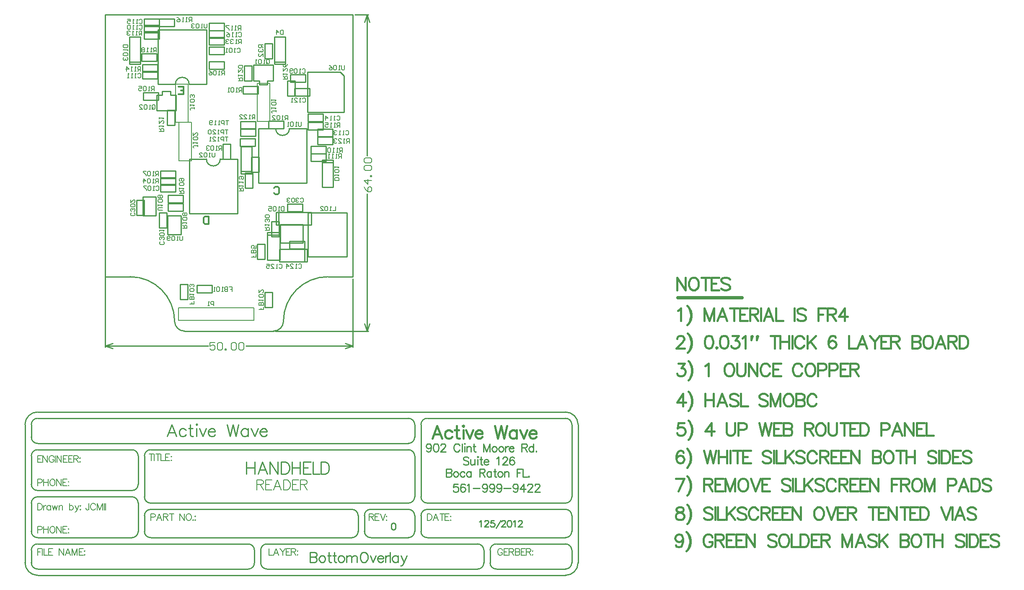
<source format=gbo>
%FSLAX23Y23*%
%MOIN*%
G70*
G01*
G75*
G04 Layer_Color=32896*
%ADD10R,0.050X0.020*%
%ADD11R,0.030X0.030*%
%ADD12R,0.030X0.030*%
%ADD13R,0.059X0.031*%
%ADD14R,0.040X0.055*%
%ADD15R,0.050X0.036*%
%ADD16R,0.036X0.036*%
%ADD17R,0.050X0.150*%
%ADD18R,0.030X0.020*%
%ADD19R,0.024X0.024*%
%ADD20O,0.080X0.024*%
%ADD21O,0.060X0.016*%
%ADD22R,0.024X0.090*%
%ADD23R,0.100X0.024*%
%ADD24R,0.024X0.070*%
%ADD25R,0.090X0.024*%
%ADD26R,0.025X0.055*%
%ADD27R,0.025X0.095*%
%ADD28O,0.060X0.016*%
%ADD29R,0.020X0.039*%
%ADD30R,0.039X0.039*%
%ADD31R,0.047X0.047*%
%ADD32C,0.050*%
%ADD33R,0.031X0.059*%
%ADD34R,0.055X0.040*%
%ADD35R,0.036X0.036*%
%ADD36R,0.036X0.050*%
%ADD37R,0.095X0.025*%
%ADD38R,0.055X0.025*%
%ADD39R,0.047X0.047*%
%ADD40O,0.016X0.060*%
%ADD41R,0.050X0.060*%
%ADD42C,0.008*%
%ADD43C,0.014*%
%ADD44C,0.012*%
%ADD45C,0.030*%
%ADD46C,0.010*%
%ADD47C,0.020*%
%ADD48C,0.006*%
%ADD49C,0.009*%
%ADD50C,0.005*%
%ADD51C,0.015*%
%ADD52C,0.025*%
%ADD53R,0.062X0.062*%
%ADD54C,0.062*%
%ADD55C,0.110*%
%ADD56C,0.045*%
%ADD57C,0.022*%
%ADD58C,0.060*%
%ADD59R,0.014X0.035*%
%ADD60R,0.014X0.035*%
%ADD61R,0.059X0.075*%
%ADD62R,0.250X0.150*%
%ADD63R,0.250X0.140*%
%ADD64R,0.080X0.060*%
%ADD65R,0.063X0.051*%
%ADD66O,0.060X0.014*%
%ADD67R,0.060X0.060*%
%ADD68C,0.010*%
D42*
X199Y87D02*
Y187D01*
X-401D02*
X199D01*
X-401Y87D02*
Y187D01*
Y87D02*
X199D01*
X-324Y1661D02*
Y1966D01*
X-424Y1661D02*
X-324D01*
X-424D02*
Y1966D01*
X-324D01*
X-400Y1661D02*
X-300D01*
X-400Y1357D02*
Y1661D01*
Y1357D02*
X-300D01*
Y1661D01*
X323Y1669D02*
Y1973D01*
X223Y1669D02*
X323D01*
X223D02*
Y1973D01*
X323D01*
X-1115Y-1372D02*
Y-1412D01*
X-1117Y-1420D01*
X-1120Y-1422D01*
X-1125Y-1425D01*
X-1130D01*
X-1135Y-1422D01*
X-1137Y-1420D01*
X-1140Y-1412D01*
Y-1407D01*
X-1063Y-1384D02*
X-1065Y-1379D01*
X-1070Y-1374D01*
X-1076Y-1372D01*
X-1086D01*
X-1091Y-1374D01*
X-1096Y-1379D01*
X-1098Y-1384D01*
X-1101Y-1392D01*
Y-1405D01*
X-1098Y-1412D01*
X-1096Y-1417D01*
X-1091Y-1422D01*
X-1086Y-1425D01*
X-1076D01*
X-1070Y-1422D01*
X-1065Y-1417D01*
X-1063Y-1412D01*
X-1048Y-1372D02*
Y-1425D01*
Y-1372D02*
X-1028Y-1425D01*
X-1007Y-1372D02*
X-1028Y-1425D01*
X-1007Y-1372D02*
Y-1425D01*
X-992Y-1372D02*
Y-1425D01*
X-981Y-1372D02*
Y-1425D01*
X220Y-1184D02*
Y-1264D01*
Y-1184D02*
X254D01*
X266Y-1188D01*
X270Y-1192D01*
X273Y-1200D01*
Y-1207D01*
X270Y-1215D01*
X266Y-1219D01*
X254Y-1222D01*
X220D01*
X247D02*
X273Y-1264D01*
X341Y-1184D02*
X291D01*
Y-1264D01*
X341D01*
X291Y-1222D02*
X322D01*
X415Y-1264D02*
X385Y-1184D01*
X354Y-1264D01*
X365Y-1238D02*
X404D01*
X434Y-1184D02*
Y-1264D01*
Y-1184D02*
X460D01*
X472Y-1188D01*
X479Y-1196D01*
X483Y-1203D01*
X487Y-1215D01*
Y-1234D01*
X483Y-1245D01*
X479Y-1253D01*
X472Y-1261D01*
X460Y-1264D01*
X434D01*
X554Y-1184D02*
X505D01*
Y-1264D01*
X554D01*
X505Y-1222D02*
X535D01*
X568Y-1184D02*
Y-1264D01*
Y-1184D02*
X602D01*
X613Y-1188D01*
X617Y-1192D01*
X621Y-1200D01*
Y-1207D01*
X617Y-1215D01*
X613Y-1219D01*
X602Y-1222D01*
X568D01*
X594D02*
X621Y-1264D01*
D44*
X-401Y1945D02*
X-361D01*
Y1885D01*
X-401D01*
X-361Y1915D02*
X-381D01*
X358Y1139D02*
X368Y1149D01*
X388D01*
X398Y1139D01*
Y1099D01*
X388Y1089D01*
X368D01*
X358Y1099D01*
X-163Y912D02*
Y852D01*
X-193D01*
X-203Y862D01*
Y902D01*
X-193Y912D01*
X-163D01*
D46*
X-317Y1965D02*
G03*
X-428Y1965I-55J0D01*
G01*
X-180Y1370D02*
G03*
X-69Y1370I55J0D01*
G01*
X371Y1613D02*
G03*
X482Y1613I55J0D01*
G01*
X-39Y2310D02*
Y2340D01*
X-159D02*
X-39D01*
X-159Y2280D02*
Y2340D01*
Y2280D02*
X-39D01*
Y2310D01*
X89Y1504D02*
Y1534D01*
X209D01*
Y1474D02*
Y1534D01*
X89Y1474D02*
X209D01*
X89D02*
Y1504D01*
X482Y657D02*
Y687D01*
Y657D02*
X602D01*
Y717D01*
X482D02*
X602D01*
X482Y687D02*
Y717D01*
X368Y873D02*
X398D01*
Y753D02*
Y873D01*
X338Y753D02*
X398D01*
X338D02*
Y873D01*
X368D01*
X493Y1871D02*
X523D01*
Y1991D01*
X463D02*
X523D01*
X463Y1871D02*
Y1991D01*
Y1871D02*
X493D01*
X824Y1485D02*
Y1515D01*
X704Y1485D02*
X824D01*
X704D02*
Y1545D01*
X824D01*
Y1515D02*
Y1545D01*
X90Y1609D02*
Y1639D01*
Y1609D02*
X210D01*
Y1669D01*
X90D02*
X210D01*
X90Y1639D02*
Y1669D01*
X-491Y1639D02*
X-461D01*
X-491D02*
Y1759D01*
X-431D01*
Y1639D02*
Y1759D01*
X-461Y1639D02*
X-431D01*
X152Y1994D02*
X182D01*
Y2114D01*
X122D02*
X182D01*
X122Y1994D02*
Y2114D01*
Y1994D02*
X152D01*
X157Y1259D02*
X187D01*
Y1139D02*
Y1259D01*
X127Y1139D02*
X187D01*
X127D02*
Y1259D01*
X157D01*
X-694Y2148D02*
Y2178D01*
Y2148D02*
X-574D01*
Y2208D01*
X-694D02*
X-574D01*
X-694Y2178D02*
Y2208D01*
X-39Y2392D02*
Y2422D01*
X-159Y2392D02*
X-39D01*
X-159D02*
Y2452D01*
X-39D01*
Y2422D02*
Y2452D01*
X-435Y2455D02*
Y2485D01*
X-555D02*
X-435D01*
X-555Y2425D02*
Y2485D01*
Y2425D02*
X-435D01*
Y2455D01*
X748Y1602D02*
Y1632D01*
X628Y1602D02*
X748D01*
X628D02*
Y1662D01*
X748D01*
Y1632D02*
Y1662D01*
X-688Y2062D02*
Y2092D01*
Y2062D02*
X-568D01*
Y2122D01*
X-688D02*
X-568D01*
X-688Y2092D02*
Y2122D01*
X-677Y2356D02*
Y2386D01*
X-557D01*
Y2326D02*
Y2386D01*
X-677Y2326D02*
X-557D01*
X-677D02*
Y2356D01*
X772Y1382D02*
Y1412D01*
X652D02*
X772D01*
X652Y1352D02*
Y1412D01*
Y1352D02*
X772D01*
Y1382D01*
Y1414D02*
Y1444D01*
X652Y1414D02*
X772D01*
X652D02*
Y1474D01*
X772D01*
Y1444D02*
Y1474D01*
X-484Y1024D02*
Y1054D01*
Y1024D02*
X-364D01*
Y1084D01*
X-484D02*
X-364D01*
X-484Y1054D02*
Y1084D01*
X-485Y986D02*
Y1016D01*
X-365D01*
Y956D02*
Y1016D01*
X-485Y956D02*
X-365D01*
X-485D02*
Y986D01*
X-424Y1246D02*
Y1276D01*
X-544D02*
X-424D01*
X-544Y1216D02*
Y1276D01*
Y1216D02*
X-424D01*
Y1246D01*
X-159Y2115D02*
Y2145D01*
X-39D01*
Y2085D02*
Y2145D01*
X-159Y2085D02*
X-39D01*
X-159D02*
Y2115D01*
X-682Y1840D02*
Y1870D01*
Y1840D02*
X-562D01*
Y1900D01*
X-682D02*
X-562D01*
X-682Y1870D02*
Y1900D01*
X-544Y1191D02*
Y1221D01*
X-424D01*
Y1161D02*
Y1221D01*
X-544Y1161D02*
X-424D01*
X-544D02*
Y1191D01*
X-48Y1488D02*
X-18D01*
X-48Y1368D02*
Y1488D01*
Y1368D02*
X12D01*
Y1488D01*
X-18D02*
X12D01*
X110Y1889D02*
Y1919D01*
Y1889D02*
X230D01*
Y1949D01*
X110D02*
X230D01*
X110Y1919D02*
Y1949D01*
X-358Y371D02*
X-328D01*
Y251D02*
Y371D01*
X-388Y251D02*
X-328D01*
X-388D02*
Y371D01*
X-358D01*
X286Y309D02*
X316D01*
X286Y189D02*
Y309D01*
Y189D02*
X346D01*
Y309D01*
X316D02*
X346D01*
X-257Y337D02*
Y367D01*
X-137D01*
Y307D02*
Y367D01*
X-257Y307D02*
X-137D01*
X-257D02*
Y337D01*
X256Y574D02*
X286D01*
Y694D01*
X226D02*
X286D01*
X226Y574D02*
Y694D01*
Y574D02*
X256D01*
X466Y983D02*
Y1013D01*
X586D01*
Y953D02*
Y1013D01*
X466Y953D02*
X586D01*
X466D02*
Y983D01*
X-736Y1042D02*
X-706D01*
X-736Y922D02*
Y1042D01*
Y922D02*
X-676D01*
Y1042D01*
X-706D02*
X-676D01*
X-557Y822D02*
X-527D01*
X-557D02*
Y942D01*
X-497D01*
Y822D02*
Y942D01*
X-527Y822D02*
X-497D01*
X640Y1901D02*
Y1931D01*
X520D02*
X640D01*
X520Y1871D02*
Y1931D01*
Y1871D02*
X640D01*
Y1901D01*
X-159Y2363D02*
Y2393D01*
X-39D01*
Y2333D02*
Y2393D01*
X-159Y2333D02*
X-39D01*
X-159D02*
Y2363D01*
X-557Y2455D02*
Y2485D01*
X-677D02*
X-557D01*
X-677Y2425D02*
Y2485D01*
Y2425D02*
X-557D01*
Y2455D01*
X628Y1698D02*
Y1728D01*
X748D01*
Y1668D02*
Y1728D01*
X628Y1668D02*
X748D01*
X628D02*
Y1698D01*
X704Y1548D02*
Y1578D01*
Y1548D02*
X824D01*
Y1608D01*
X704D02*
X824D01*
X704Y1578D02*
Y1608D01*
X210Y1553D02*
Y1583D01*
X90Y1553D02*
X210D01*
X90D02*
Y1613D01*
X210D01*
Y1583D02*
Y1613D01*
X-568Y2039D02*
Y2069D01*
X-688D02*
X-568D01*
X-688Y2009D02*
Y2069D01*
Y2009D02*
X-568D01*
Y2039D01*
X-557Y2377D02*
Y2407D01*
X-677Y2377D02*
X-557D01*
X-677D02*
Y2437D01*
X-557D01*
Y2407D02*
Y2437D01*
X607Y2012D02*
Y2042D01*
X487D02*
X607D01*
X487Y1982D02*
Y2042D01*
Y1982D02*
X607D01*
Y2012D01*
X-424Y1108D02*
Y1138D01*
X-544Y1108D02*
X-424D01*
X-544D02*
Y1168D01*
X-424D01*
Y1138D02*
Y1168D01*
X177Y1385D02*
X207D01*
X177Y1265D02*
Y1385D01*
Y1265D02*
X237D01*
Y1385D01*
X207D02*
X237D01*
X-159Y2232D02*
Y2262D01*
X-39D01*
Y2202D02*
Y2262D01*
X-159Y2202D02*
X-39D01*
X-159D02*
Y2232D01*
X625Y2061D02*
X635D01*
X625Y1741D02*
Y2061D01*
Y1741D02*
X635D01*
Y2061D02*
X885D01*
X915Y2031D01*
Y1996D02*
Y2031D01*
Y1741D02*
Y1996D01*
X635Y1741D02*
X915D01*
X627Y767D02*
X627Y942D01*
X782Y942D01*
X937Y592D02*
X937Y767D01*
X782Y592D02*
X937D01*
X627D02*
X782D01*
X627Y767D02*
X627Y592D01*
X782Y942D02*
X937Y942D01*
X937Y767D01*
X393Y846D02*
Y946D01*
X653Y846D02*
Y946D01*
X373Y846D02*
Y946D01*
X563Y846D02*
X653D01*
X563Y946D02*
X653D01*
X373D02*
X563D01*
X373Y846D02*
X563D01*
X602Y551D02*
X622D01*
Y651D01*
X602D02*
X622D01*
X467D02*
X602D01*
Y551D02*
Y651D01*
X402Y551D02*
X602D01*
X402D02*
Y651D01*
X467D01*
X404Y766D02*
Y786D01*
X304D02*
X404D01*
X304Y766D02*
Y786D01*
Y631D02*
Y766D01*
X404D01*
Y566D02*
Y766D01*
X304Y566D02*
X404D01*
X304D02*
Y631D01*
X240Y1964D02*
X258D01*
X240D02*
Y1994D01*
X195D02*
X240D01*
X195D02*
Y2119D01*
X350D01*
Y1994D02*
Y2119D01*
X305Y1994D02*
X350D01*
X305Y1964D02*
Y1994D01*
X258Y1964D02*
X305D01*
X-484Y1910D02*
X-466D01*
Y1880D02*
Y1910D01*
Y1880D02*
X-421D01*
Y1755D02*
Y1880D01*
X-576Y1755D02*
X-421D01*
X-576D02*
Y1880D01*
X-531D01*
Y1910D01*
X-484D01*
X314Y1611D02*
Y1641D01*
Y1611D02*
X434D01*
Y1671D01*
X314D02*
X434D01*
X314Y1641D02*
Y1671D01*
X283Y2290D02*
X313D01*
X283Y2170D02*
Y2290D01*
Y2170D02*
X343D01*
Y2290D01*
X313D02*
X343D01*
X-565Y1965D02*
X-428D01*
X-317D02*
X-180D01*
X-565D02*
Y2398D01*
X-180D01*
Y1965D02*
Y2398D01*
X-317Y937D02*
Y1370D01*
Y937D02*
X68D01*
Y1370D01*
X-317D02*
X-180D01*
X-69D02*
X68D01*
X482Y1613D02*
X619D01*
X234D02*
X371D01*
X619Y1180D02*
Y1613D01*
X234Y1180D02*
X619D01*
X234D02*
Y1613D01*
X645Y-1760D02*
Y-1840D01*
Y-1760D02*
X679D01*
X691Y-1764D01*
X695Y-1768D01*
X698Y-1775D01*
Y-1783D01*
X695Y-1790D01*
X691Y-1794D01*
X679Y-1798D01*
X645D02*
X679D01*
X691Y-1802D01*
X695Y-1806D01*
X698Y-1813D01*
Y-1825D01*
X695Y-1832D01*
X691Y-1836D01*
X679Y-1840D01*
X645D01*
X735Y-1787D02*
X728Y-1790D01*
X720Y-1798D01*
X716Y-1810D01*
Y-1817D01*
X720Y-1829D01*
X728Y-1836D01*
X735Y-1840D01*
X747D01*
X754Y-1836D01*
X762Y-1829D01*
X766Y-1817D01*
Y-1810D01*
X762Y-1798D01*
X754Y-1790D01*
X747Y-1787D01*
X735D01*
X795Y-1760D02*
Y-1825D01*
X798Y-1836D01*
X806Y-1840D01*
X814D01*
X783Y-1787D02*
X810D01*
X837Y-1760D02*
Y-1825D01*
X840Y-1836D01*
X848Y-1840D01*
X856D01*
X825Y-1787D02*
X852D01*
X886D02*
X878Y-1790D01*
X871Y-1798D01*
X867Y-1810D01*
Y-1817D01*
X871Y-1829D01*
X878Y-1836D01*
X886Y-1840D01*
X898D01*
X905Y-1836D01*
X913Y-1829D01*
X917Y-1817D01*
Y-1810D01*
X913Y-1798D01*
X905Y-1790D01*
X898Y-1787D01*
X886D01*
X934D02*
Y-1840D01*
Y-1802D02*
X946Y-1790D01*
X953Y-1787D01*
X965D01*
X972Y-1790D01*
X976Y-1802D01*
Y-1840D01*
Y-1802D02*
X987Y-1790D01*
X995Y-1787D01*
X1006D01*
X1014Y-1790D01*
X1018Y-1802D01*
Y-1840D01*
X1066Y-1760D02*
X1058Y-1764D01*
X1051Y-1771D01*
X1047Y-1779D01*
X1043Y-1790D01*
Y-1810D01*
X1047Y-1821D01*
X1051Y-1829D01*
X1058Y-1836D01*
X1066Y-1840D01*
X1081D01*
X1089Y-1836D01*
X1096Y-1829D01*
X1100Y-1821D01*
X1104Y-1810D01*
Y-1790D01*
X1100Y-1779D01*
X1096Y-1771D01*
X1089Y-1764D01*
X1081Y-1760D01*
X1066D01*
X1123Y-1787D02*
X1145Y-1840D01*
X1168Y-1787D02*
X1145Y-1840D01*
X1181Y-1810D02*
X1227D01*
Y-1802D01*
X1223Y-1794D01*
X1219Y-1790D01*
X1212Y-1787D01*
X1200D01*
X1193Y-1790D01*
X1185Y-1798D01*
X1181Y-1810D01*
Y-1817D01*
X1185Y-1829D01*
X1193Y-1836D01*
X1200Y-1840D01*
X1212D01*
X1219Y-1836D01*
X1227Y-1829D01*
X1244Y-1787D02*
Y-1840D01*
Y-1810D02*
X1248Y-1798D01*
X1256Y-1790D01*
X1263Y-1787D01*
X1275D01*
X1282Y-1760D02*
Y-1840D01*
X1344Y-1787D02*
Y-1840D01*
Y-1798D02*
X1337Y-1790D01*
X1329Y-1787D01*
X1318D01*
X1310Y-1790D01*
X1302Y-1798D01*
X1299Y-1810D01*
Y-1817D01*
X1302Y-1829D01*
X1310Y-1836D01*
X1318Y-1840D01*
X1329D01*
X1337Y-1836D01*
X1344Y-1829D01*
X1369Y-1787D02*
X1392Y-1840D01*
X1415Y-1787D02*
X1392Y-1840D01*
X1385Y-1855D01*
X1377Y-1863D01*
X1369Y-1867D01*
X1366D01*
X984Y-126D02*
Y417D01*
X-984Y-126D02*
Y435D01*
X135Y-116D02*
X984D01*
X-984D02*
X-167D01*
X924Y-96D02*
X984Y-116D01*
X924Y-136D02*
X984Y-116D01*
X-984D02*
X-924Y-136D01*
X-984Y-116D02*
X-924Y-96D01*
X1000Y2520D02*
X1108D01*
X369Y-0D02*
X1108D01*
X1098Y1395D02*
Y2520D01*
Y-0D02*
Y1093D01*
X1078Y2460D02*
X1098Y2520D01*
X1118Y2460D01*
X1098Y-0D02*
X1118Y60D01*
X1078D02*
X1098Y-0D01*
X354D02*
G03*
X433Y79I0J79D01*
G01*
X-433D02*
G03*
X-354Y-0I79J0D01*
G01*
X787Y433D02*
G03*
X433Y79I0J-354D01*
G01*
X-433D02*
G03*
X-787Y433I-354J0D01*
G01*
X-985Y2520D02*
X985D01*
X984Y432D02*
Y2520D01*
X787Y433D02*
X985Y433D01*
X-354Y0D02*
X354D01*
X-985Y433D02*
Y2520D01*
Y433D02*
X-787D01*
X2727Y-1468D02*
G03*
X2678Y-1419I-49J0D01*
G01*
X1577D02*
G03*
X1527Y-1469I0J-50D01*
G01*
X2677Y-1369D02*
G03*
X2727Y-1319I0J50D01*
G01*
X1527D02*
G03*
X1577Y-1369I50J0D01*
G01*
X-1523Y-644D02*
G03*
X-1623Y-744I0J-100D01*
G01*
Y-1843D02*
G03*
X-1524Y-1944I101J0D01*
G01*
X2677Y-1944D02*
G03*
X2777Y-1844I0J100D01*
G01*
Y-744D02*
G03*
X2677Y-644I-100J0D01*
G01*
X2727Y-743D02*
G03*
X2676Y-694I-49J0D01*
G01*
X2677Y-1644D02*
G03*
X2727Y-1594I0J50D01*
G01*
X2727Y-1743D02*
G03*
X2677Y-1694I-50J-1D01*
G01*
Y-1894D02*
G03*
X2727Y-1844I0J50D01*
G01*
X1427Y-1644D02*
G03*
X1477Y-1594I0J50D01*
G01*
X1527Y-1595D02*
G03*
X1577Y-1644I49J0D01*
G01*
X1477Y-1468D02*
G03*
X1428Y-1419I-49J0D01*
G01*
X-1573Y-1844D02*
G03*
X-1524Y-1894I50J0D01*
G01*
X1428Y-1369D02*
G03*
X1477Y-1319I-1J50D01*
G01*
X-1523Y-1694D02*
G03*
X-1573Y-1744I0J-50D01*
G01*
X1477Y-994D02*
G03*
X1427Y-944I-50J0D01*
G01*
Y-894D02*
G03*
X1477Y-844I0J50D01*
G01*
X1577Y-694D02*
G03*
X1527Y-744I0J-50D01*
G01*
X1477D02*
G03*
X1427Y-694I-50J0D01*
G01*
X-1523D02*
G03*
X-1573Y-744I0J-50D01*
G01*
Y-844D02*
G03*
X-1523Y-894I50J0D01*
G01*
Y-944D02*
G03*
X-1573Y-994I0J-50D01*
G01*
Y-1219D02*
G03*
X-1523Y-1269I50J0D01*
G01*
Y-1319D02*
G03*
X-1573Y-1369I0J-50D01*
G01*
Y-1594D02*
G03*
X-1524Y-1644I50J0D01*
G01*
X-623Y-944D02*
G03*
X-673Y-994I0J-50D01*
G01*
X-623Y-1419D02*
G03*
X-673Y-1469I0J-50D01*
G01*
X1125Y-1419D02*
G03*
X1077Y-1469I0J-48D01*
G01*
X1077Y-1593D02*
G03*
X1127Y-1644I51J0D01*
G01*
X978Y-1644D02*
G03*
X1027Y-1594I0J49D01*
G01*
X1027Y-1468D02*
G03*
X978Y-1419I-49J0D01*
G01*
X-772Y-1644D02*
G03*
X-723Y-1595I0J49D01*
G01*
X-673D02*
G03*
X-624Y-1644I49J0D01*
G01*
X-673Y-1320D02*
G03*
X-624Y-1369I49J0D01*
G01*
X-723Y-1368D02*
G03*
X-774Y-1319I-49J0D01*
G01*
X-771Y-1269D02*
G03*
X-723Y-1221I0J48D01*
G01*
Y-993D02*
G03*
X-772Y-944I-49J0D01*
G01*
X2127Y-1694D02*
G03*
X2077Y-1744I0J-50D01*
G01*
Y-1845D02*
G03*
X2127Y-1894I49J0D01*
G01*
X1978Y-1894D02*
G03*
X2027Y-1844I1J48D01*
G01*
X2027Y-1744D02*
G03*
X1977Y-1694I-50J0D01*
G01*
X252Y-1844D02*
G03*
X301Y-1894I50J0D01*
G01*
X302Y-1694D02*
G03*
X252Y-1744I0J-50D01*
G01*
X153Y-1894D02*
G03*
X202Y-1844I1J48D01*
G01*
X202Y-1744D02*
G03*
X152Y-1694I-50J0D01*
G01*
X2727Y-1594D02*
Y-1468D01*
X1527Y-1594D02*
Y-1469D01*
X2727Y-1319D02*
Y-744D01*
X1527Y-1319D02*
Y-744D01*
X-1623Y-1844D02*
Y-744D01*
X-1573Y-1844D02*
Y-1744D01*
X2727Y-1844D02*
Y-1744D01*
X1477Y-1594D02*
Y-1469D01*
X1077Y-1594D02*
Y-1469D01*
X-673Y-1594D02*
Y-1469D01*
X1027Y-1594D02*
Y-1469D01*
X-673Y-1319D02*
Y-994D01*
X1477Y-1319D02*
Y-994D01*
Y-844D02*
Y-744D01*
X-1573Y-844D02*
Y-744D01*
X-723Y-1219D02*
Y-994D01*
X-1573Y-1219D02*
Y-994D01*
X-723Y-1594D02*
Y-1369D01*
X-1573Y-1594D02*
Y-1369D01*
X2777Y-1844D02*
Y-744D01*
X2077Y-1844D02*
Y-1744D01*
X2027Y-1844D02*
Y-1744D01*
X252Y-1844D02*
Y-1744D01*
X202Y-1844D02*
Y-1744D01*
X1577Y-1419D02*
X2677D01*
X1577Y-1369D02*
X2677D01*
X-623D02*
X1427D01*
X1577Y-694D02*
X2677D01*
X1577Y-1644D02*
X2677D01*
X1127Y-1419D02*
X1427D01*
X1127Y-1644D02*
X1427D01*
X-623D02*
X977D01*
X-623Y-1419D02*
X977D01*
X-623Y-944D02*
X1427D01*
X-1523Y-894D02*
X1427D01*
X-1523Y-944D02*
X-773D01*
X-1523Y-1269D02*
X-773D01*
X-1523Y-1319D02*
X-773D01*
X-1523Y-1644D02*
X-773D01*
X-1523Y-644D02*
X2677D01*
X-1523Y-1944D02*
X2677D01*
X-1523Y-694D02*
X1427D01*
X2127Y-1694D02*
X2677D01*
X2127Y-1894D02*
X2677D01*
X302Y-1694D02*
X1977D01*
X-1523D02*
X152D01*
X-1523Y-1894D02*
X152D01*
X302D02*
X1977D01*
X1728Y-1096D02*
Y-1160D01*
Y-1096D02*
X1756D01*
X1765Y-1099D01*
X1768Y-1102D01*
X1771Y-1108D01*
Y-1114D01*
X1768Y-1120D01*
X1765Y-1123D01*
X1756Y-1126D01*
X1728D02*
X1756D01*
X1765Y-1129D01*
X1768Y-1132D01*
X1771Y-1138D01*
Y-1148D01*
X1768Y-1154D01*
X1765Y-1157D01*
X1756Y-1160D01*
X1728D01*
X1800Y-1117D02*
X1794Y-1120D01*
X1788Y-1126D01*
X1785Y-1135D01*
Y-1141D01*
X1788Y-1151D01*
X1794Y-1157D01*
X1800Y-1160D01*
X1809D01*
X1816Y-1157D01*
X1822Y-1151D01*
X1825Y-1141D01*
Y-1135D01*
X1822Y-1126D01*
X1816Y-1120D01*
X1809Y-1117D01*
X1800D01*
X1875Y-1126D02*
X1869Y-1120D01*
X1863Y-1117D01*
X1854D01*
X1848Y-1120D01*
X1842Y-1126D01*
X1839Y-1135D01*
Y-1141D01*
X1842Y-1151D01*
X1848Y-1157D01*
X1854Y-1160D01*
X1863D01*
X1869Y-1157D01*
X1875Y-1151D01*
X1926Y-1117D02*
Y-1160D01*
Y-1126D02*
X1919Y-1120D01*
X1913Y-1117D01*
X1904D01*
X1898Y-1120D01*
X1892Y-1126D01*
X1889Y-1135D01*
Y-1141D01*
X1892Y-1151D01*
X1898Y-1157D01*
X1904Y-1160D01*
X1913D01*
X1919Y-1157D01*
X1926Y-1151D01*
X1993Y-1096D02*
Y-1160D01*
Y-1096D02*
X2020D01*
X2029Y-1099D01*
X2032Y-1102D01*
X2036Y-1108D01*
Y-1114D01*
X2032Y-1120D01*
X2029Y-1123D01*
X2020Y-1126D01*
X1993D01*
X2014D02*
X2036Y-1160D01*
X2086Y-1117D02*
Y-1160D01*
Y-1126D02*
X2080Y-1120D01*
X2074Y-1117D01*
X2065D01*
X2059Y-1120D01*
X2053Y-1126D01*
X2050Y-1135D01*
Y-1141D01*
X2053Y-1151D01*
X2059Y-1157D01*
X2065Y-1160D01*
X2074D01*
X2080Y-1157D01*
X2086Y-1151D01*
X2113Y-1096D02*
Y-1148D01*
X2116Y-1157D01*
X2122Y-1160D01*
X2128D01*
X2103Y-1117D02*
X2125D01*
X2152D02*
X2146Y-1120D01*
X2140Y-1126D01*
X2137Y-1135D01*
Y-1141D01*
X2140Y-1151D01*
X2146Y-1157D01*
X2152Y-1160D01*
X2161D01*
X2167Y-1157D01*
X2174Y-1151D01*
X2177Y-1141D01*
Y-1135D01*
X2174Y-1126D01*
X2167Y-1120D01*
X2161Y-1117D01*
X2152D01*
X2191D02*
Y-1160D01*
Y-1129D02*
X2200Y-1120D01*
X2206Y-1117D01*
X2215D01*
X2221Y-1120D01*
X2224Y-1129D01*
Y-1160D01*
X2291Y-1096D02*
Y-1160D01*
Y-1096D02*
X2331D01*
X2291Y-1126D02*
X2316D01*
X2338Y-1096D02*
Y-1160D01*
X2375D01*
X2385Y-1154D02*
X2382Y-1157D01*
X2385Y-1160D01*
X2388Y-1157D01*
X2385Y-1154D01*
X1608Y-917D02*
X1605Y-926D01*
X1599Y-932D01*
X1589Y-935D01*
X1586D01*
X1577Y-932D01*
X1571Y-926D01*
X1568Y-917D01*
Y-914D01*
X1571Y-905D01*
X1577Y-899D01*
X1586Y-896D01*
X1589D01*
X1599Y-899D01*
X1605Y-905D01*
X1608Y-917D01*
Y-932D01*
X1605Y-948D01*
X1599Y-957D01*
X1589Y-960D01*
X1583D01*
X1574Y-957D01*
X1571Y-951D01*
X1643Y-896D02*
X1634Y-899D01*
X1628Y-908D01*
X1625Y-923D01*
Y-932D01*
X1628Y-948D01*
X1634Y-957D01*
X1643Y-960D01*
X1649D01*
X1659Y-957D01*
X1665Y-948D01*
X1668Y-932D01*
Y-923D01*
X1665Y-908D01*
X1659Y-899D01*
X1649Y-896D01*
X1643D01*
X1685Y-911D02*
Y-908D01*
X1688Y-902D01*
X1691Y-899D01*
X1697Y-896D01*
X1709D01*
X1716Y-899D01*
X1719Y-902D01*
X1722Y-908D01*
Y-914D01*
X1719Y-920D01*
X1713Y-929D01*
X1682Y-960D01*
X1725D01*
X1835Y-911D02*
X1832Y-905D01*
X1826Y-899D01*
X1820Y-896D01*
X1808D01*
X1801Y-899D01*
X1795Y-905D01*
X1792Y-911D01*
X1789Y-920D01*
Y-935D01*
X1792Y-945D01*
X1795Y-951D01*
X1801Y-957D01*
X1808Y-960D01*
X1820D01*
X1826Y-957D01*
X1832Y-951D01*
X1835Y-945D01*
X1853Y-896D02*
Y-960D01*
X1872Y-896D02*
X1876Y-899D01*
X1879Y-896D01*
X1876Y-893D01*
X1872Y-896D01*
X1876Y-917D02*
Y-960D01*
X1890Y-917D02*
Y-960D01*
Y-929D02*
X1899Y-920D01*
X1905Y-917D01*
X1914D01*
X1920Y-920D01*
X1923Y-929D01*
Y-960D01*
X1949Y-896D02*
Y-948D01*
X1952Y-957D01*
X1958Y-960D01*
X1965D01*
X1940Y-917D02*
X1961D01*
X2024Y-896D02*
Y-960D01*
Y-896D02*
X2048Y-960D01*
X2073Y-896D02*
X2048Y-960D01*
X2073Y-896D02*
Y-960D01*
X2106Y-917D02*
X2100Y-920D01*
X2094Y-926D01*
X2091Y-935D01*
Y-941D01*
X2094Y-951D01*
X2100Y-957D01*
X2106Y-960D01*
X2115D01*
X2121Y-957D01*
X2128Y-951D01*
X2131Y-941D01*
Y-935D01*
X2128Y-926D01*
X2121Y-920D01*
X2115Y-917D01*
X2106D01*
X2160D02*
X2154Y-920D01*
X2148Y-926D01*
X2145Y-935D01*
Y-941D01*
X2148Y-951D01*
X2154Y-957D01*
X2160Y-960D01*
X2169D01*
X2175Y-957D01*
X2181Y-951D01*
X2184Y-941D01*
Y-935D01*
X2181Y-926D01*
X2175Y-920D01*
X2169Y-917D01*
X2160D01*
X2198D02*
Y-960D01*
Y-935D02*
X2201Y-926D01*
X2207Y-920D01*
X2213Y-917D01*
X2223D01*
X2228Y-935D02*
X2265D01*
Y-929D01*
X2262Y-923D01*
X2259Y-920D01*
X2253Y-917D01*
X2244D01*
X2238Y-920D01*
X2231Y-926D01*
X2228Y-935D01*
Y-941D01*
X2231Y-951D01*
X2238Y-957D01*
X2244Y-960D01*
X2253D01*
X2259Y-957D01*
X2265Y-951D01*
X2329Y-896D02*
Y-960D01*
Y-896D02*
X2356D01*
X2365Y-899D01*
X2369Y-902D01*
X2372Y-908D01*
Y-914D01*
X2369Y-920D01*
X2365Y-923D01*
X2356Y-926D01*
X2329D01*
X2350D02*
X2372Y-960D01*
X2422Y-896D02*
Y-960D01*
Y-926D02*
X2416Y-920D01*
X2410Y-917D01*
X2401D01*
X2395Y-920D01*
X2389Y-926D01*
X2386Y-935D01*
Y-941D01*
X2389Y-951D01*
X2395Y-957D01*
X2401Y-960D01*
X2410D01*
X2416Y-957D01*
X2422Y-951D01*
X2443Y-954D02*
X2440Y-957D01*
X2443Y-960D01*
X2446Y-957D01*
X2443Y-954D01*
X1820Y-1216D02*
X1789D01*
X1786Y-1243D01*
X1789Y-1240D01*
X1798Y-1237D01*
X1807D01*
X1817Y-1240D01*
X1823Y-1246D01*
X1826Y-1255D01*
Y-1261D01*
X1823Y-1271D01*
X1817Y-1277D01*
X1807Y-1280D01*
X1798D01*
X1789Y-1277D01*
X1786Y-1274D01*
X1783Y-1268D01*
X1877Y-1225D02*
X1874Y-1219D01*
X1864Y-1216D01*
X1858D01*
X1849Y-1219D01*
X1843Y-1228D01*
X1840Y-1243D01*
Y-1258D01*
X1843Y-1271D01*
X1849Y-1277D01*
X1858Y-1280D01*
X1861D01*
X1871Y-1277D01*
X1877Y-1271D01*
X1880Y-1261D01*
Y-1258D01*
X1877Y-1249D01*
X1871Y-1243D01*
X1861Y-1240D01*
X1858D01*
X1849Y-1243D01*
X1843Y-1249D01*
X1840Y-1258D01*
X1894Y-1228D02*
X1900Y-1225D01*
X1909Y-1216D01*
Y-1280D01*
X1941Y-1252D02*
X1995D01*
X2054Y-1237D02*
X2051Y-1246D01*
X2045Y-1252D01*
X2036Y-1255D01*
X2033D01*
X2023Y-1252D01*
X2017Y-1246D01*
X2014Y-1237D01*
Y-1234D01*
X2017Y-1225D01*
X2023Y-1219D01*
X2033Y-1216D01*
X2036D01*
X2045Y-1219D01*
X2051Y-1225D01*
X2054Y-1237D01*
Y-1252D01*
X2051Y-1268D01*
X2045Y-1277D01*
X2036Y-1280D01*
X2030D01*
X2020Y-1277D01*
X2017Y-1271D01*
X2111Y-1237D02*
X2108Y-1246D01*
X2102Y-1252D01*
X2093Y-1255D01*
X2090D01*
X2080Y-1252D01*
X2074Y-1246D01*
X2071Y-1237D01*
Y-1234D01*
X2074Y-1225D01*
X2080Y-1219D01*
X2090Y-1216D01*
X2093D01*
X2102Y-1219D01*
X2108Y-1225D01*
X2111Y-1237D01*
Y-1252D01*
X2108Y-1268D01*
X2102Y-1277D01*
X2093Y-1280D01*
X2087D01*
X2077Y-1277D01*
X2074Y-1271D01*
X2168Y-1237D02*
X2165Y-1246D01*
X2159Y-1252D01*
X2150Y-1255D01*
X2147D01*
X2137Y-1252D01*
X2131Y-1246D01*
X2128Y-1237D01*
Y-1234D01*
X2131Y-1225D01*
X2137Y-1219D01*
X2147Y-1216D01*
X2150D01*
X2159Y-1219D01*
X2165Y-1225D01*
X2168Y-1237D01*
Y-1252D01*
X2165Y-1268D01*
X2159Y-1277D01*
X2150Y-1280D01*
X2144D01*
X2134Y-1277D01*
X2131Y-1271D01*
X2185Y-1252D02*
X2240D01*
X2299Y-1237D02*
X2296Y-1246D01*
X2290Y-1252D01*
X2280Y-1255D01*
X2277D01*
X2268Y-1252D01*
X2262Y-1246D01*
X2259Y-1237D01*
Y-1234D01*
X2262Y-1225D01*
X2268Y-1219D01*
X2277Y-1216D01*
X2280D01*
X2290Y-1219D01*
X2296Y-1225D01*
X2299Y-1237D01*
Y-1252D01*
X2296Y-1268D01*
X2290Y-1277D01*
X2280Y-1280D01*
X2274D01*
X2265Y-1277D01*
X2262Y-1271D01*
X2346Y-1216D02*
X2316Y-1258D01*
X2362D01*
X2346Y-1216D02*
Y-1280D01*
X2376Y-1231D02*
Y-1228D01*
X2379Y-1222D01*
X2382Y-1219D01*
X2388Y-1216D01*
X2400D01*
X2407Y-1219D01*
X2410Y-1222D01*
X2413Y-1228D01*
Y-1234D01*
X2410Y-1240D01*
X2403Y-1249D01*
X2373Y-1280D01*
X2416D01*
X2433Y-1231D02*
Y-1228D01*
X2436Y-1222D01*
X2439Y-1219D01*
X2445Y-1216D01*
X2457D01*
X2463Y-1219D01*
X2467Y-1222D01*
X2470Y-1228D01*
Y-1234D01*
X2467Y-1240D01*
X2460Y-1249D01*
X2430Y-1280D01*
X2473D01*
X1906Y-1010D02*
X1900Y-1004D01*
X1891Y-1001D01*
X1878D01*
X1869Y-1004D01*
X1863Y-1010D01*
Y-1016D01*
X1866Y-1022D01*
X1869Y-1025D01*
X1875Y-1028D01*
X1894Y-1034D01*
X1900Y-1037D01*
X1903Y-1040D01*
X1906Y-1046D01*
Y-1056D01*
X1900Y-1062D01*
X1891Y-1065D01*
X1878D01*
X1869Y-1062D01*
X1863Y-1056D01*
X1920Y-1022D02*
Y-1053D01*
X1923Y-1062D01*
X1929Y-1065D01*
X1938D01*
X1944Y-1062D01*
X1954Y-1053D01*
Y-1022D02*
Y-1065D01*
X1976Y-1001D02*
X1979Y-1004D01*
X1983Y-1001D01*
X1979Y-998D01*
X1976Y-1001D01*
X1979Y-1022D02*
Y-1065D01*
X2003Y-1001D02*
Y-1053D01*
X2006Y-1062D01*
X2012Y-1065D01*
X2018D01*
X1994Y-1022D02*
X2015D01*
X2027Y-1040D02*
X2064D01*
Y-1034D01*
X2061Y-1028D01*
X2058Y-1025D01*
X2052Y-1022D01*
X2043D01*
X2036Y-1025D01*
X2030Y-1031D01*
X2027Y-1040D01*
Y-1046D01*
X2030Y-1056D01*
X2036Y-1062D01*
X2043Y-1065D01*
X2052D01*
X2058Y-1062D01*
X2064Y-1056D01*
X2128Y-1013D02*
X2134Y-1010D01*
X2143Y-1001D01*
Y-1065D01*
X2178Y-1016D02*
Y-1013D01*
X2181Y-1007D01*
X2184Y-1004D01*
X2190Y-1001D01*
X2202D01*
X2208Y-1004D01*
X2211Y-1007D01*
X2214Y-1013D01*
Y-1019D01*
X2211Y-1025D01*
X2205Y-1034D01*
X2175Y-1065D01*
X2217D01*
X2268Y-1010D02*
X2265Y-1004D01*
X2256Y-1001D01*
X2250D01*
X2241Y-1004D01*
X2235Y-1013D01*
X2232Y-1028D01*
Y-1043D01*
X2235Y-1056D01*
X2241Y-1062D01*
X2250Y-1065D01*
X2253D01*
X2262Y-1062D01*
X2268Y-1056D01*
X2271Y-1046D01*
Y-1043D01*
X2268Y-1034D01*
X2262Y-1028D01*
X2253Y-1025D01*
X2250D01*
X2241Y-1028D01*
X2235Y-1034D01*
X2232Y-1043D01*
D48*
X-122Y202D02*
Y237D01*
X-139D01*
X-145Y231D01*
Y219D01*
X-139Y214D01*
X-122D01*
X-157Y202D02*
X-169D01*
X-163D01*
Y237D01*
X-157Y231D01*
X64Y2247D02*
X70Y2253D01*
X81D01*
X87Y2247D01*
Y2224D01*
X81Y2218D01*
X70D01*
X64Y2224D01*
X52Y2218D02*
X40D01*
X46D01*
Y2253D01*
X52Y2247D01*
X23D02*
X17Y2253D01*
X5D01*
X-0Y2247D01*
Y2224D01*
X5Y2218D01*
X17D01*
X23Y2224D01*
Y2247D01*
X-12Y2218D02*
X-24D01*
X-18D01*
Y2253D01*
X-12Y2247D01*
X-581Y1149D02*
X-575Y1155D01*
X-564D01*
X-558Y1149D01*
Y1126D01*
X-564Y1120D01*
X-575D01*
X-581Y1126D01*
X-593Y1120D02*
X-605D01*
X-599D01*
Y1155D01*
X-593Y1149D01*
X-622D02*
X-628Y1155D01*
X-640D01*
X-645Y1149D01*
Y1126D01*
X-640Y1120D01*
X-628D01*
X-622Y1126D01*
Y1149D01*
X-657Y1155D02*
X-680D01*
Y1149D01*
X-657Y1126D01*
Y1120D01*
X583Y2083D02*
X589Y2089D01*
X600D01*
X606Y2083D01*
Y2060D01*
X600Y2054D01*
X589D01*
X583Y2060D01*
X571Y2054D02*
X559D01*
X565D01*
Y2089D01*
X571Y2083D01*
X542D02*
X536Y2089D01*
X524D01*
X519Y2083D01*
Y2060D01*
X524Y2054D01*
X536D01*
X542Y2060D01*
Y2083D01*
X507Y2060D02*
X501Y2054D01*
X489D01*
X484Y2060D01*
Y2083D01*
X489Y2089D01*
X501D01*
X507Y2083D01*
Y2077D01*
X501Y2071D01*
X484D01*
X-714Y2431D02*
X-708Y2437D01*
X-697D01*
X-691Y2431D01*
Y2408D01*
X-697Y2402D01*
X-708D01*
X-714Y2408D01*
X-726Y2402D02*
X-738D01*
X-732D01*
Y2437D01*
X-726Y2431D01*
X-755Y2402D02*
X-767D01*
X-761D01*
Y2437D01*
X-755Y2431D01*
X-784D02*
X-790Y2437D01*
X-802D01*
X-808Y2431D01*
Y2408D01*
X-802Y2402D01*
X-790D01*
X-784Y2408D01*
Y2431D01*
X-726Y2046D02*
X-720Y2052D01*
X-709D01*
X-703Y2046D01*
Y2023D01*
X-709Y2017D01*
X-720D01*
X-726Y2023D01*
X-738Y2017D02*
X-750D01*
X-744D01*
Y2052D01*
X-738Y2046D01*
X-767Y2017D02*
X-779D01*
X-773D01*
Y2052D01*
X-767Y2046D01*
X-796Y2017D02*
X-808D01*
X-802D01*
Y2052D01*
X-796Y2046D01*
X928Y1591D02*
X934Y1597D01*
X945D01*
X951Y1591D01*
Y1568D01*
X945Y1562D01*
X934D01*
X928Y1568D01*
X916Y1562D02*
X904D01*
X910D01*
Y1597D01*
X916Y1591D01*
X887Y1562D02*
X875D01*
X881D01*
Y1597D01*
X887Y1591D01*
X858D02*
X852Y1597D01*
X840D01*
X834Y1591D01*
Y1585D01*
X840Y1579D01*
X846D01*
X840D01*
X834Y1574D01*
Y1568D01*
X840Y1562D01*
X852D01*
X858Y1568D01*
X857Y1708D02*
X863Y1714D01*
X874D01*
X880Y1708D01*
Y1685D01*
X874Y1679D01*
X863D01*
X857Y1685D01*
X845Y1679D02*
X833D01*
X839D01*
Y1714D01*
X845Y1708D01*
X816Y1679D02*
X804D01*
X810D01*
Y1714D01*
X816Y1708D01*
X769Y1679D02*
Y1714D01*
X787Y1696D01*
X763D01*
X-714Y2477D02*
X-708Y2483D01*
X-697D01*
X-691Y2477D01*
Y2454D01*
X-697Y2448D01*
X-708D01*
X-714Y2454D01*
X-726Y2448D02*
X-738D01*
X-732D01*
Y2483D01*
X-726Y2477D01*
X-755Y2448D02*
X-767D01*
X-761D01*
Y2483D01*
X-755Y2477D01*
X-808Y2483D02*
X-784D01*
Y2465D01*
X-796Y2471D01*
X-802D01*
X-808Y2465D01*
Y2454D01*
X-802Y2448D01*
X-790D01*
X-784Y2454D01*
X76Y2373D02*
X82Y2379D01*
X93D01*
X99Y2373D01*
Y2350D01*
X93Y2344D01*
X82D01*
X76Y2350D01*
X64Y2344D02*
X52D01*
X58D01*
Y2379D01*
X64Y2373D01*
X35Y2344D02*
X23D01*
X29D01*
Y2379D01*
X35Y2373D01*
X-18Y2379D02*
X-6Y2373D01*
X6Y2361D01*
Y2350D01*
X-0Y2344D01*
X-12D01*
X-18Y2350D01*
Y2356D01*
X-12Y2361D01*
X6D01*
X584Y1850D02*
X590Y1856D01*
X601D01*
X607Y1850D01*
Y1827D01*
X601Y1821D01*
X590D01*
X584Y1827D01*
X572Y1821D02*
X560D01*
X566D01*
Y1856D01*
X572Y1850D01*
X520Y1821D02*
X543D01*
X520Y1844D01*
Y1850D01*
X525Y1856D01*
X537D01*
X543Y1850D01*
X508Y1821D02*
X496D01*
X502D01*
Y1856D01*
X508Y1850D01*
X553Y529D02*
X559Y535D01*
X570D01*
X576Y529D01*
Y506D01*
X570Y500D01*
X559D01*
X553Y506D01*
X541Y500D02*
X529D01*
X535D01*
Y535D01*
X541Y529D01*
X489Y500D02*
X512D01*
X489Y523D01*
Y529D01*
X494Y535D01*
X506D01*
X512Y529D01*
X459Y500D02*
Y535D01*
X477Y517D01*
X454D01*
X398Y528D02*
X404Y534D01*
X415D01*
X421Y528D01*
Y505D01*
X415Y499D01*
X404D01*
X398Y505D01*
X386Y499D02*
X374D01*
X380D01*
Y534D01*
X386Y528D01*
X334Y499D02*
X357D01*
X334Y522D01*
Y528D01*
X339Y534D01*
X351D01*
X357Y528D01*
X299Y534D02*
X322D01*
Y516D01*
X310Y522D01*
X304D01*
X299Y516D01*
Y505D01*
X304Y499D01*
X316D01*
X322Y505D01*
X-523Y713D02*
X-517Y707D01*
Y696D01*
X-523Y690D01*
X-546D01*
X-552Y696D01*
Y707D01*
X-546Y713D01*
X-523Y725D02*
X-517Y731D01*
Y742D01*
X-523Y748D01*
X-529D01*
X-535Y742D01*
Y737D01*
Y742D01*
X-540Y748D01*
X-546D01*
X-552Y742D01*
Y731D01*
X-546Y725D01*
X-523Y760D02*
X-517Y766D01*
Y777D01*
X-523Y783D01*
X-546D01*
X-552Y777D01*
Y766D01*
X-546Y760D01*
X-523D01*
X-552Y795D02*
Y807D01*
Y801D01*
X-517D01*
X-523Y795D01*
X-754Y941D02*
X-748Y935D01*
Y924D01*
X-754Y918D01*
X-777D01*
X-783Y924D01*
Y935D01*
X-777Y941D01*
X-754Y953D02*
X-748Y959D01*
Y970D01*
X-754Y976D01*
X-760D01*
X-766Y970D01*
Y965D01*
Y970D01*
X-771Y976D01*
X-777D01*
X-783Y970D01*
Y959D01*
X-777Y953D01*
X-754Y988D02*
X-748Y994D01*
Y1005D01*
X-754Y1011D01*
X-777D01*
X-783Y1005D01*
Y994D01*
X-777Y988D01*
X-754D01*
X-783Y1046D02*
Y1023D01*
X-760Y1046D01*
X-754D01*
X-748Y1040D01*
Y1029D01*
X-754Y1023D01*
X567Y1054D02*
X573Y1060D01*
X584D01*
X590Y1054D01*
Y1031D01*
X584Y1025D01*
X573D01*
X567Y1031D01*
X555Y1054D02*
X549Y1060D01*
X538D01*
X532Y1054D01*
Y1048D01*
X538Y1042D01*
X543D01*
X538D01*
X532Y1037D01*
Y1031D01*
X538Y1025D01*
X549D01*
X555Y1031D01*
X520Y1054D02*
X514Y1060D01*
X503D01*
X497Y1054D01*
Y1031D01*
X503Y1025D01*
X514D01*
X520Y1031D01*
Y1054D01*
X485D02*
X479Y1060D01*
X468D01*
X462Y1054D01*
Y1048D01*
X468Y1042D01*
X473D01*
X468D01*
X462Y1037D01*
Y1031D01*
X468Y1025D01*
X479D01*
X485Y1031D01*
X875Y1200D02*
X840D01*
Y1217D01*
X846Y1223D01*
X869D01*
X875Y1217D01*
Y1200D01*
X840Y1235D02*
Y1247D01*
Y1241D01*
X875D01*
X869Y1235D01*
Y1264D02*
X875Y1270D01*
Y1282D01*
X869Y1287D01*
X846D01*
X840Y1282D01*
Y1270D01*
X846Y1264D01*
X869D01*
X840Y1299D02*
Y1311D01*
Y1305D01*
X875D01*
X869Y1299D01*
X-842Y2279D02*
X-807D01*
Y2262D01*
X-813Y2256D01*
X-836D01*
X-842Y2262D01*
Y2279D01*
X-807Y2244D02*
Y2232D01*
Y2238D01*
X-842D01*
X-836Y2244D01*
Y2215D02*
X-842Y2209D01*
Y2197D01*
X-836Y2192D01*
X-813D01*
X-807Y2197D01*
Y2209D01*
X-813Y2215D01*
X-836D01*
Y2180D02*
X-842Y2174D01*
Y2162D01*
X-836Y2157D01*
X-830D01*
X-824Y2162D01*
Y2168D01*
Y2162D01*
X-819Y2157D01*
X-813D01*
X-807Y2162D01*
Y2174D01*
X-813Y2180D01*
X438Y992D02*
Y957D01*
X421D01*
X415Y963D01*
Y986D01*
X421Y992D01*
X438D01*
X403Y957D02*
X391D01*
X397D01*
Y992D01*
X403Y986D01*
X374D02*
X368Y992D01*
X356D01*
X351Y986D01*
Y963D01*
X356Y957D01*
X368D01*
X374Y963D01*
Y986D01*
X316Y992D02*
X339D01*
Y974D01*
X327Y980D01*
X321D01*
X316Y974D01*
Y963D01*
X321Y957D01*
X333D01*
X339Y963D01*
X213Y611D02*
Y588D01*
X195D01*
Y600D01*
Y588D01*
X178D01*
X213Y623D02*
X178D01*
Y640D01*
X184Y646D01*
X190D01*
X195Y640D01*
Y623D01*
Y640D01*
X201Y646D01*
X207D01*
X213Y640D01*
Y623D01*
Y681D02*
Y658D01*
X195D01*
X201Y670D01*
Y675D01*
X195Y681D01*
X184D01*
X178Y675D01*
Y664D01*
X184Y658D01*
X-0Y352D02*
X23D01*
Y334D01*
X11D01*
X23D01*
Y317D01*
X-12Y352D02*
Y317D01*
X-29D01*
X-35Y323D01*
Y329D01*
X-29Y334D01*
X-12D01*
X-29D01*
X-35Y340D01*
Y346D01*
X-29Y352D01*
X-12D01*
X-47Y317D02*
X-59D01*
X-53D01*
Y352D01*
X-47Y346D01*
X-76D02*
X-82Y352D01*
X-94D01*
X-99Y346D01*
Y323D01*
X-94Y317D01*
X-82D01*
X-76Y323D01*
Y346D01*
X-111Y317D02*
X-123D01*
X-117D01*
Y352D01*
X-111Y346D01*
X273Y194D02*
Y171D01*
X255D01*
Y183D01*
Y171D01*
X238D01*
X273Y206D02*
X238D01*
Y223D01*
X244Y229D01*
X250D01*
X255Y223D01*
Y206D01*
Y223D01*
X261Y229D01*
X267D01*
X273Y223D01*
Y206D01*
X238Y241D02*
Y253D01*
Y247D01*
X273D01*
X267Y241D01*
Y270D02*
X273Y276D01*
Y288D01*
X267Y293D01*
X244D01*
X238Y288D01*
Y276D01*
X244Y270D01*
X267D01*
X238Y328D02*
Y305D01*
X261Y328D01*
X267D01*
X273Y323D01*
Y311D01*
X267Y305D01*
X-278Y240D02*
Y217D01*
X-296D01*
Y229D01*
Y217D01*
X-313D01*
X-278Y252D02*
X-313D01*
Y269D01*
X-307Y275D01*
X-301D01*
X-296Y269D01*
Y252D01*
Y269D01*
X-290Y275D01*
X-284D01*
X-278Y269D01*
Y252D01*
X-313Y287D02*
Y299D01*
Y293D01*
X-278D01*
X-284Y287D01*
Y316D02*
X-278Y322D01*
Y334D01*
X-284Y339D01*
X-307D01*
X-313Y334D01*
Y322D01*
X-307Y316D01*
X-284D01*
Y351D02*
X-278Y357D01*
Y369D01*
X-284Y374D01*
X-290D01*
X-296Y369D01*
Y363D01*
Y369D01*
X-301Y374D01*
X-307D01*
X-313Y369D01*
Y357D01*
X-307Y351D01*
X373Y1758D02*
Y1747D01*
Y1752D01*
X344D01*
X338Y1747D01*
Y1741D01*
X344Y1735D01*
X338Y1770D02*
Y1782D01*
Y1776D01*
X373D01*
X367Y1770D01*
Y1799D02*
X373Y1805D01*
Y1817D01*
X367Y1822D01*
X344D01*
X338Y1817D01*
Y1805D01*
X344Y1799D01*
X367D01*
X338Y1834D02*
Y1846D01*
Y1840D01*
X373D01*
X367Y1834D01*
X-250Y1481D02*
Y1470D01*
Y1475D01*
X-279D01*
X-285Y1470D01*
Y1464D01*
X-279Y1458D01*
X-285Y1493D02*
Y1505D01*
Y1499D01*
X-250D01*
X-256Y1493D01*
Y1522D02*
X-250Y1528D01*
Y1540D01*
X-256Y1545D01*
X-279D01*
X-285Y1540D01*
Y1528D01*
X-279Y1522D01*
X-256D01*
X-285Y1580D02*
Y1557D01*
X-262Y1580D01*
X-256D01*
X-250Y1575D01*
Y1563D01*
X-256Y1557D01*
X-275Y1782D02*
Y1770D01*
Y1776D01*
X-304D01*
X-310Y1770D01*
Y1764D01*
X-304Y1758D01*
X-310Y1793D02*
Y1805D01*
Y1799D01*
X-275D01*
X-281Y1793D01*
Y1823D02*
X-275Y1828D01*
Y1840D01*
X-281Y1846D01*
X-304D01*
X-310Y1840D01*
Y1828D01*
X-304Y1823D01*
X-281D01*
Y1858D02*
X-275Y1863D01*
Y1875D01*
X-281Y1881D01*
X-287D01*
X-293Y1875D01*
Y1869D01*
Y1875D01*
X-298Y1881D01*
X-304D01*
X-310Y1875D01*
Y1863D01*
X-304Y1858D01*
X849Y993D02*
Y958D01*
X826D01*
X814D02*
X802D01*
X808D01*
Y993D01*
X814Y987D01*
X785D02*
X779Y993D01*
X767D01*
X762Y987D01*
Y964D01*
X767Y958D01*
X779D01*
X785Y964D01*
Y987D01*
X727Y958D02*
X750D01*
X727Y981D01*
Y987D01*
X732Y993D01*
X744D01*
X750Y987D01*
X298Y2134D02*
Y2157D01*
X304Y2163D01*
X315D01*
X321Y2157D01*
Y2134D01*
X315Y2128D01*
X304D01*
X309Y2140D02*
X298Y2128D01*
X304D02*
X298Y2134D01*
X286Y2128D02*
X274D01*
X280D01*
Y2163D01*
X286Y2157D01*
X257D02*
X251Y2163D01*
X239D01*
X234Y2157D01*
Y2134D01*
X239Y2128D01*
X251D01*
X257Y2134D01*
Y2157D01*
X222Y2128D02*
X210D01*
X216D01*
Y2163D01*
X222Y2157D01*
X-612Y1772D02*
Y1795D01*
X-606Y1801D01*
X-595D01*
X-589Y1795D01*
Y1772D01*
X-595Y1766D01*
X-606D01*
X-601Y1778D02*
X-612Y1766D01*
X-606D02*
X-612Y1772D01*
X-624Y1766D02*
X-636D01*
X-630D01*
Y1801D01*
X-624Y1795D01*
X-653D02*
X-659Y1801D01*
X-671D01*
X-676Y1795D01*
Y1772D01*
X-671Y1766D01*
X-659D01*
X-653Y1772D01*
Y1795D01*
X-711Y1766D02*
X-688D01*
X-711Y1789D01*
Y1795D01*
X-706Y1801D01*
X-694D01*
X-688Y1795D01*
X102Y1903D02*
Y1938D01*
X85D01*
X79Y1932D01*
Y1920D01*
X85Y1915D01*
X102D01*
X90D02*
X79Y1903D01*
X67D02*
X55D01*
X61D01*
Y1938D01*
X67Y1932D01*
X38D02*
X32Y1938D01*
X20D01*
X15Y1932D01*
Y1909D01*
X20Y1903D01*
X32D01*
X38Y1909D01*
Y1932D01*
X3Y1903D02*
X-9D01*
X-3D01*
Y1938D01*
X3Y1932D01*
X467Y1682D02*
Y1717D01*
X450D01*
X444Y1711D01*
Y1699D01*
X450Y1694D01*
X467D01*
X455D02*
X444Y1682D01*
X432D02*
X420D01*
X426D01*
Y1717D01*
X432Y1711D01*
X403D02*
X397Y1717D01*
X385D01*
X380Y1711D01*
Y1688D01*
X385Y1682D01*
X397D01*
X403Y1688D01*
Y1711D01*
X345Y1682D02*
X368D01*
X345Y1705D01*
Y1711D01*
X350Y1717D01*
X362D01*
X368Y1711D01*
X-58Y1440D02*
Y1475D01*
X-75D01*
X-81Y1469D01*
Y1457D01*
X-75Y1452D01*
X-58D01*
X-70D02*
X-81Y1440D01*
X-93D02*
X-105D01*
X-99D01*
Y1475D01*
X-93Y1469D01*
X-122D02*
X-128Y1475D01*
X-140D01*
X-145Y1469D01*
Y1446D01*
X-140Y1440D01*
X-128D01*
X-122Y1446D01*
Y1469D01*
X-157D02*
X-163Y1475D01*
X-175D01*
X-180Y1469D01*
Y1463D01*
X-175Y1457D01*
X-169D01*
X-175D01*
X-180Y1452D01*
Y1446D01*
X-175Y1440D01*
X-163D01*
X-157Y1446D01*
X-562Y1179D02*
Y1214D01*
X-579D01*
X-585Y1208D01*
Y1196D01*
X-579Y1191D01*
X-562D01*
X-574D02*
X-585Y1179D01*
X-597D02*
X-609D01*
X-603D01*
Y1214D01*
X-597Y1208D01*
X-626D02*
X-632Y1214D01*
X-644D01*
X-649Y1208D01*
Y1185D01*
X-644Y1179D01*
X-632D01*
X-626Y1185D01*
Y1208D01*
X-679Y1179D02*
Y1214D01*
X-661Y1196D01*
X-684D01*
X-596Y1914D02*
Y1949D01*
X-613D01*
X-619Y1943D01*
Y1931D01*
X-613Y1926D01*
X-596D01*
X-608D02*
X-619Y1914D01*
X-631D02*
X-643D01*
X-637D01*
Y1949D01*
X-631Y1943D01*
X-660D02*
X-666Y1949D01*
X-678D01*
X-683Y1943D01*
Y1920D01*
X-678Y1914D01*
X-666D01*
X-660Y1920D01*
Y1943D01*
X-718Y1949D02*
X-695D01*
Y1931D01*
X-707Y1937D01*
X-713D01*
X-718Y1931D01*
Y1920D01*
X-713Y1914D01*
X-701D01*
X-695Y1920D01*
X-37Y2039D02*
Y2074D01*
X-54D01*
X-60Y2068D01*
Y2056D01*
X-54Y2051D01*
X-37D01*
X-49D02*
X-60Y2039D01*
X-72D02*
X-84D01*
X-78D01*
Y2074D01*
X-72Y2068D01*
X-101D02*
X-107Y2074D01*
X-119D01*
X-124Y2068D01*
Y2045D01*
X-119Y2039D01*
X-107D01*
X-101Y2045D01*
Y2068D01*
X-159Y2074D02*
X-148Y2068D01*
X-136Y2056D01*
Y2045D01*
X-142Y2039D01*
X-154D01*
X-159Y2045D01*
Y2051D01*
X-154Y2056D01*
X-136D01*
X-561Y1236D02*
Y1271D01*
X-578D01*
X-584Y1265D01*
Y1253D01*
X-578Y1248D01*
X-561D01*
X-573D02*
X-584Y1236D01*
X-596D02*
X-608D01*
X-602D01*
Y1271D01*
X-596Y1265D01*
X-625D02*
X-631Y1271D01*
X-643D01*
X-648Y1265D01*
Y1242D01*
X-643Y1236D01*
X-631D01*
X-625Y1242D01*
Y1265D01*
X-660Y1271D02*
X-683D01*
Y1265D01*
X-660Y1242D01*
Y1236D01*
X-369Y820D02*
X-334D01*
Y837D01*
X-340Y843D01*
X-352D01*
X-357Y837D01*
Y820D01*
Y832D02*
X-369Y843D01*
Y855D02*
Y867D01*
Y861D01*
X-334D01*
X-340Y855D01*
Y884D02*
X-334Y890D01*
Y902D01*
X-340Y907D01*
X-363D01*
X-369Y902D01*
Y890D01*
X-363Y884D01*
X-340D01*
Y919D02*
X-334Y925D01*
Y937D01*
X-340Y942D01*
X-346D01*
X-352Y937D01*
X-357Y942D01*
X-363D01*
X-369Y937D01*
Y925D01*
X-363Y919D01*
X-357D01*
X-352Y925D01*
X-346Y919D01*
X-340D01*
X-352Y925D02*
Y937D01*
X-395Y1095D02*
X-360D01*
Y1112D01*
X-366Y1118D01*
X-378D01*
X-383Y1112D01*
Y1095D01*
Y1107D02*
X-395Y1118D01*
Y1130D02*
Y1142D01*
Y1136D01*
X-360D01*
X-366Y1130D01*
Y1159D02*
X-360Y1165D01*
Y1177D01*
X-366Y1182D01*
X-389D01*
X-395Y1177D01*
Y1165D01*
X-389Y1159D01*
X-366D01*
X-389Y1194D02*
X-395Y1200D01*
Y1212D01*
X-389Y1217D01*
X-366D01*
X-360Y1212D01*
Y1200D01*
X-366Y1194D01*
X-372D01*
X-378Y1200D01*
Y1217D01*
X902Y1424D02*
Y1459D01*
X885D01*
X879Y1453D01*
Y1441D01*
X885Y1436D01*
X902D01*
X890D02*
X879Y1424D01*
X867D02*
X855D01*
X861D01*
Y1459D01*
X867Y1453D01*
X838Y1424D02*
X826D01*
X832D01*
Y1459D01*
X838Y1453D01*
X809D02*
X803Y1459D01*
X791D01*
X785Y1453D01*
Y1430D01*
X791Y1424D01*
X803D01*
X809Y1430D01*
Y1453D01*
X894Y1376D02*
Y1411D01*
X877D01*
X871Y1405D01*
Y1393D01*
X877Y1388D01*
X894D01*
X882D02*
X871Y1376D01*
X859D02*
X847D01*
X853D01*
Y1411D01*
X859Y1405D01*
X830Y1376D02*
X818D01*
X824D01*
Y1411D01*
X830Y1405D01*
X801Y1376D02*
X789D01*
X795D01*
Y1411D01*
X801Y1405D01*
X-694Y2355D02*
Y2390D01*
X-711D01*
X-717Y2384D01*
Y2372D01*
X-711Y2367D01*
X-694D01*
X-706D02*
X-717Y2355D01*
X-729D02*
X-741D01*
X-735D01*
Y2390D01*
X-729Y2384D01*
X-758Y2355D02*
X-770D01*
X-764D01*
Y2390D01*
X-758Y2384D01*
X-787D02*
X-793Y2390D01*
X-805D01*
X-811Y2384D01*
Y2378D01*
X-805Y2372D01*
X-799D01*
X-805D01*
X-811Y2367D01*
Y2361D01*
X-805Y2355D01*
X-793D01*
X-787Y2361D01*
X-704Y2070D02*
Y2105D01*
X-721D01*
X-727Y2099D01*
Y2087D01*
X-721Y2082D01*
X-704D01*
X-716D02*
X-727Y2070D01*
X-739D02*
X-751D01*
X-745D01*
Y2105D01*
X-739Y2099D01*
X-768Y2070D02*
X-780D01*
X-774D01*
Y2105D01*
X-768Y2099D01*
X-815Y2070D02*
Y2105D01*
X-797Y2087D01*
X-821D01*
X882Y1624D02*
Y1659D01*
X865D01*
X859Y1653D01*
Y1641D01*
X865Y1636D01*
X882D01*
X870D02*
X859Y1624D01*
X847D02*
X835D01*
X841D01*
Y1659D01*
X847Y1653D01*
X818Y1624D02*
X806D01*
X812D01*
Y1659D01*
X818Y1653D01*
X765Y1659D02*
X789D01*
Y1641D01*
X777Y1647D01*
X771D01*
X765Y1641D01*
Y1630D01*
X771Y1624D01*
X783D01*
X789Y1630D01*
X-297Y2463D02*
Y2498D01*
X-314D01*
X-320Y2492D01*
Y2480D01*
X-314Y2475D01*
X-297D01*
X-309D02*
X-320Y2463D01*
X-332D02*
X-344D01*
X-338D01*
Y2498D01*
X-332Y2492D01*
X-361Y2463D02*
X-373D01*
X-367D01*
Y2498D01*
X-361Y2492D01*
X-414Y2498D02*
X-402Y2492D01*
X-390Y2480D01*
Y2469D01*
X-396Y2463D01*
X-408D01*
X-414Y2469D01*
Y2475D01*
X-408Y2480D01*
X-390D01*
X93Y2396D02*
Y2431D01*
X76D01*
X70Y2425D01*
Y2413D01*
X76Y2408D01*
X93D01*
X81D02*
X70Y2396D01*
X58D02*
X46D01*
X52D01*
Y2431D01*
X58Y2425D01*
X29Y2396D02*
X17D01*
X23D01*
Y2431D01*
X29Y2425D01*
X-0Y2431D02*
X-24D01*
Y2425D01*
X-0Y2402D01*
Y2396D01*
X-578Y2221D02*
Y2256D01*
X-595D01*
X-601Y2250D01*
Y2238D01*
X-595Y2233D01*
X-578D01*
X-590D02*
X-601Y2221D01*
X-613D02*
X-625D01*
X-619D01*
Y2256D01*
X-613Y2250D01*
X-642Y2221D02*
X-654D01*
X-648D01*
Y2256D01*
X-642Y2250D01*
X-671D02*
X-677Y2256D01*
X-689D01*
X-695Y2250D01*
Y2244D01*
X-689Y2238D01*
X-695Y2233D01*
Y2227D01*
X-689Y2221D01*
X-677D01*
X-671Y2227D01*
Y2233D01*
X-677Y2238D01*
X-671Y2244D01*
Y2250D01*
X-677Y2238D02*
X-689D01*
X81Y1115D02*
X116D01*
Y1132D01*
X110Y1138D01*
X98D01*
X93Y1132D01*
Y1115D01*
Y1127D02*
X81Y1138D01*
Y1150D02*
Y1162D01*
Y1156D01*
X116D01*
X110Y1150D01*
X81Y1179D02*
Y1191D01*
Y1185D01*
X116D01*
X110Y1179D01*
X87Y1208D02*
X81Y1214D01*
Y1226D01*
X87Y1232D01*
X110D01*
X116Y1226D01*
Y1214D01*
X110Y1208D01*
X104D01*
X98Y1214D01*
Y1232D01*
X74Y1994D02*
X109D01*
Y2011D01*
X103Y2017D01*
X91D01*
X86Y2011D01*
Y1994D01*
Y2006D02*
X74Y2017D01*
Y2029D02*
Y2041D01*
Y2035D01*
X109D01*
X103Y2029D01*
X74Y2081D02*
Y2058D01*
X97Y2081D01*
X103D01*
X109Y2076D01*
Y2064D01*
X103Y2058D01*
Y2093D02*
X109Y2099D01*
Y2111D01*
X103Y2116D01*
X80D01*
X74Y2111D01*
Y2099D01*
X80Y2093D01*
X103D01*
X-555Y1590D02*
X-520D01*
Y1607D01*
X-526Y1613D01*
X-538D01*
X-543Y1607D01*
Y1590D01*
Y1602D02*
X-555Y1613D01*
Y1625D02*
Y1637D01*
Y1631D01*
X-520D01*
X-526Y1625D01*
X-555Y1677D02*
Y1654D01*
X-532Y1677D01*
X-526D01*
X-520Y1672D01*
Y1660D01*
X-526Y1654D01*
X-555Y1689D02*
Y1701D01*
Y1695D01*
X-520D01*
X-526Y1689D01*
X206Y1688D02*
Y1723D01*
X189D01*
X183Y1717D01*
Y1705D01*
X189Y1700D01*
X206D01*
X194D02*
X183Y1688D01*
X171D02*
X159D01*
X165D01*
Y1723D01*
X171Y1717D01*
X119Y1688D02*
X142D01*
X119Y1711D01*
Y1717D01*
X124Y1723D01*
X136D01*
X142Y1717D01*
X84Y1688D02*
X107D01*
X84Y1711D01*
Y1717D01*
X89Y1723D01*
X101D01*
X107Y1717D01*
X957Y1496D02*
Y1531D01*
X940D01*
X934Y1525D01*
Y1513D01*
X940Y1508D01*
X957D01*
X945D02*
X934Y1496D01*
X922D02*
X910D01*
X916D01*
Y1531D01*
X922Y1525D01*
X870Y1496D02*
X893D01*
X870Y1519D01*
Y1525D01*
X875Y1531D01*
X887D01*
X893Y1525D01*
X858D02*
X852Y1531D01*
X840D01*
X835Y1525D01*
Y1519D01*
X840Y1513D01*
X846D01*
X840D01*
X835Y1508D01*
Y1502D01*
X840Y1496D01*
X852D01*
X858Y1502D01*
X431Y2005D02*
X466D01*
Y2022D01*
X460Y2028D01*
X448D01*
X443Y2022D01*
Y2005D01*
Y2017D02*
X431Y2028D01*
Y2040D02*
Y2052D01*
Y2046D01*
X466D01*
X460Y2040D01*
X431Y2092D02*
Y2069D01*
X454Y2092D01*
X460D01*
X466Y2087D01*
Y2075D01*
X460Y2069D01*
X466Y2127D02*
X460Y2116D01*
X448Y2104D01*
X437D01*
X431Y2110D01*
Y2122D01*
X437Y2127D01*
X443D01*
X448Y2122D01*
Y2104D01*
X287Y804D02*
X322D01*
Y821D01*
X316Y827D01*
X304D01*
X299Y821D01*
Y804D01*
Y816D02*
X287Y827D01*
Y839D02*
Y851D01*
Y845D01*
X322D01*
X316Y839D01*
Y868D02*
X322Y874D01*
Y886D01*
X316Y891D01*
X310D01*
X304Y886D01*
Y880D01*
Y886D01*
X299Y891D01*
X293D01*
X287Y886D01*
Y874D01*
X293Y868D01*
X316Y903D02*
X322Y909D01*
Y921D01*
X316Y926D01*
X293D01*
X287Y921D01*
Y909D01*
X293Y903D01*
X316D01*
X-3Y1677D02*
X-26D01*
X-15D01*
Y1642D01*
X-38D02*
Y1677D01*
X-55D01*
X-61Y1671D01*
Y1659D01*
X-55Y1654D01*
X-38D01*
X-73Y1642D02*
X-85D01*
X-79D01*
Y1677D01*
X-73Y1671D01*
X-102Y1642D02*
X-114D01*
X-108D01*
Y1677D01*
X-102Y1671D01*
X-131Y1648D02*
X-137Y1642D01*
X-149D01*
X-155Y1648D01*
Y1671D01*
X-149Y1677D01*
X-137D01*
X-131Y1671D01*
Y1665D01*
X-137Y1659D01*
X-155D01*
X-8Y1603D02*
X-31D01*
X-20D01*
Y1568D01*
X-43D02*
Y1603D01*
X-60D01*
X-66Y1597D01*
Y1585D01*
X-60Y1580D01*
X-43D01*
X-78Y1568D02*
X-90D01*
X-84D01*
Y1603D01*
X-78Y1597D01*
X-130Y1568D02*
X-107D01*
X-130Y1591D01*
Y1597D01*
X-125Y1603D01*
X-113D01*
X-107Y1597D01*
X-142D02*
X-148Y1603D01*
X-160D01*
X-165Y1597D01*
Y1574D01*
X-160Y1568D01*
X-148D01*
X-142Y1574D01*
Y1597D01*
X-8Y1546D02*
X-31D01*
X-20D01*
Y1511D01*
X-43D02*
Y1546D01*
X-60D01*
X-66Y1540D01*
Y1528D01*
X-60Y1523D01*
X-43D01*
X-78Y1511D02*
X-90D01*
X-84D01*
Y1546D01*
X-78Y1540D01*
X-130Y1511D02*
X-107D01*
X-130Y1534D01*
Y1540D01*
X-125Y1546D01*
X-113D01*
X-107Y1540D01*
X-142Y1511D02*
X-154D01*
X-148D01*
Y1546D01*
X-142Y1540D01*
X575Y1665D02*
Y1636D01*
X569Y1630D01*
X558D01*
X552Y1636D01*
Y1665D01*
X540Y1630D02*
X528D01*
X534D01*
Y1665D01*
X540Y1659D01*
X511D02*
X505Y1665D01*
X493D01*
X488Y1659D01*
Y1636D01*
X493Y1630D01*
X505D01*
X511Y1636D01*
Y1659D01*
X476Y1630D02*
X464D01*
X470D01*
Y1665D01*
X476Y1659D01*
X-113Y1420D02*
Y1391D01*
X-119Y1385D01*
X-130D01*
X-136Y1391D01*
Y1420D01*
X-148Y1385D02*
X-160D01*
X-154D01*
Y1420D01*
X-148Y1414D01*
X-177D02*
X-183Y1420D01*
X-195D01*
X-200Y1414D01*
Y1391D01*
X-195Y1385D01*
X-183D01*
X-177Y1391D01*
Y1414D01*
X-235Y1385D02*
X-212D01*
X-235Y1408D01*
Y1414D01*
X-230Y1420D01*
X-218D01*
X-212Y1414D01*
X-176Y2447D02*
Y2418D01*
X-182Y2412D01*
X-193D01*
X-199Y2418D01*
Y2447D01*
X-211Y2412D02*
X-223D01*
X-217D01*
Y2447D01*
X-211Y2441D01*
X-240D02*
X-246Y2447D01*
X-258D01*
X-263Y2441D01*
Y2418D01*
X-258Y2412D01*
X-246D01*
X-240Y2418D01*
Y2441D01*
X-275D02*
X-281Y2447D01*
X-293D01*
X-298Y2441D01*
Y2435D01*
X-293Y2429D01*
X-287D01*
X-293D01*
X-298Y2424D01*
Y2418D01*
X-293Y2412D01*
X-281D01*
X-275Y2418D01*
X919Y2115D02*
Y2086D01*
X913Y2080D01*
X902D01*
X896Y2086D01*
Y2115D01*
X884Y2080D02*
X872D01*
X878D01*
Y2115D01*
X884Y2109D01*
X855D02*
X849Y2115D01*
X837D01*
X832Y2109D01*
Y2086D01*
X837Y2080D01*
X849D01*
X855Y2086D01*
Y2109D01*
X797Y2115D02*
X808Y2109D01*
X820Y2097D01*
Y2086D01*
X814Y2080D01*
X802D01*
X797Y2086D01*
Y2092D01*
X802Y2097D01*
X820D01*
X-530Y961D02*
X-559D01*
X-565Y967D01*
Y978D01*
X-559Y984D01*
X-530D01*
X-565Y996D02*
Y1008D01*
Y1002D01*
X-530D01*
X-536Y996D01*
Y1025D02*
X-530Y1031D01*
Y1043D01*
X-536Y1048D01*
X-559D01*
X-565Y1043D01*
Y1031D01*
X-559Y1025D01*
X-536D01*
Y1060D02*
X-530Y1066D01*
Y1078D01*
X-536Y1083D01*
X-542D01*
X-548Y1078D01*
X-553Y1083D01*
X-559D01*
X-565Y1078D01*
Y1066D01*
X-559Y1060D01*
X-553D01*
X-548Y1066D01*
X-542Y1060D01*
X-536D01*
X-548Y1066D02*
Y1078D01*
X-369Y756D02*
Y727D01*
X-375Y721D01*
X-386D01*
X-392Y727D01*
Y756D01*
X-404Y721D02*
X-416D01*
X-410D01*
Y756D01*
X-404Y750D01*
X-433D02*
X-439Y756D01*
X-451D01*
X-456Y750D01*
Y727D01*
X-451Y721D01*
X-439D01*
X-433Y727D01*
Y750D01*
X-468Y727D02*
X-474Y721D01*
X-486D01*
X-491Y727D01*
Y750D01*
X-486Y756D01*
X-474D01*
X-468Y750D01*
Y744D01*
X-474Y738D01*
X-491D01*
X98Y2288D02*
Y2323D01*
X81D01*
X75Y2317D01*
Y2305D01*
X81Y2300D01*
X98D01*
X86D02*
X75Y2288D01*
X63D02*
X51D01*
X57D01*
Y2323D01*
X63Y2317D01*
X34D02*
X28Y2323D01*
X16D01*
X11Y2317D01*
Y2311D01*
X16Y2305D01*
X22D01*
X16D01*
X11Y2300D01*
Y2294D01*
X16Y2288D01*
X28D01*
X34Y2294D01*
X-1Y2317D02*
X-7Y2323D01*
X-19D01*
X-24Y2317D01*
Y2311D01*
X-19Y2305D01*
X-13D01*
X-19D01*
X-24Y2300D01*
Y2294D01*
X-19Y2288D01*
X-7D01*
X-1Y2294D01*
X431Y2396D02*
Y2361D01*
X414D01*
X408Y2367D01*
Y2390D01*
X414Y2396D01*
X431D01*
X379Y2361D02*
Y2396D01*
X396Y2378D01*
X373D01*
X270Y2280D02*
X235D01*
Y2263D01*
X241Y2257D01*
X253D01*
X258Y2263D01*
Y2280D01*
Y2268D02*
X270Y2257D01*
X241Y2245D02*
X235Y2239D01*
Y2228D01*
X241Y2222D01*
X247D01*
X253Y2228D01*
Y2233D01*
Y2228D01*
X258Y2222D01*
X264D01*
X270Y2228D01*
Y2239D01*
X264Y2245D01*
X270Y2187D02*
Y2210D01*
X247Y2187D01*
X241D01*
X235Y2193D01*
Y2204D01*
X241Y2210D01*
X-111Y-92D02*
X-151D01*
Y-122D01*
X-131Y-112D01*
X-121D01*
X-111Y-122D01*
Y-142D01*
X-121Y-152D01*
X-141D01*
X-151Y-142D01*
X-91Y-102D02*
X-81Y-92D01*
X-61D01*
X-51Y-102D01*
Y-142D01*
X-61Y-152D01*
X-81D01*
X-91Y-142D01*
Y-102D01*
X-31Y-152D02*
Y-142D01*
X-21D01*
Y-152D01*
X-31D01*
X19Y-102D02*
X29Y-92D01*
X49D01*
X59Y-102D01*
Y-142D01*
X49Y-152D01*
X29D01*
X19Y-142D01*
Y-102D01*
X79D02*
X89Y-92D01*
X109D01*
X119Y-102D01*
Y-142D01*
X109Y-152D01*
X89D01*
X79Y-142D01*
Y-102D01*
X1074Y1149D02*
X1084Y1129D01*
X1104Y1109D01*
X1124D01*
X1134Y1119D01*
Y1139D01*
X1124Y1149D01*
X1114D01*
X1104Y1139D01*
Y1109D01*
X1134Y1199D02*
X1074D01*
X1104Y1169D01*
Y1209D01*
X1134Y1229D02*
X1124D01*
Y1239D01*
X1134D01*
Y1229D01*
X1084Y1279D02*
X1074Y1289D01*
Y1309D01*
X1084Y1319D01*
X1124D01*
X1134Y1309D01*
Y1289D01*
X1124Y1279D01*
X1084D01*
Y1339D02*
X1074Y1349D01*
Y1369D01*
X1084Y1379D01*
X1124D01*
X1134Y1369D01*
Y1349D01*
X1124Y1339D01*
X1084D01*
D49*
X1305Y-1528D02*
X1297Y-1531D01*
X1292Y-1538D01*
X1290Y-1551D01*
Y-1559D01*
X1292Y-1571D01*
X1297Y-1579D01*
X1305Y-1581D01*
X1310D01*
X1317Y-1579D01*
X1323Y-1571D01*
X1325Y-1559D01*
Y-1551D01*
X1323Y-1538D01*
X1317Y-1531D01*
X1310Y-1528D01*
X1305D01*
X139Y-1041D02*
Y-1137D01*
X203Y-1041D02*
Y-1137D01*
X139Y-1087D02*
X203D01*
X303Y-1137D02*
X266Y-1041D01*
X230Y-1137D01*
X243Y-1105D02*
X289D01*
X325Y-1041D02*
Y-1137D01*
Y-1041D02*
X389Y-1137D01*
Y-1041D02*
Y-1137D01*
X416Y-1041D02*
Y-1137D01*
Y-1041D02*
X448D01*
X461Y-1046D01*
X471Y-1055D01*
X475Y-1064D01*
X480Y-1078D01*
Y-1100D01*
X475Y-1114D01*
X471Y-1123D01*
X461Y-1132D01*
X448Y-1137D01*
X416D01*
X501Y-1041D02*
Y-1137D01*
X565Y-1041D02*
Y-1137D01*
X501Y-1087D02*
X565D01*
X651Y-1041D02*
X592D01*
Y-1137D01*
X651D01*
X592Y-1087D02*
X628D01*
X667Y-1041D02*
Y-1137D01*
X722D01*
X732Y-1041D02*
Y-1137D01*
Y-1041D02*
X764D01*
X778Y-1046D01*
X787Y-1055D01*
X792Y-1064D01*
X796Y-1078D01*
Y-1100D01*
X792Y-1114D01*
X787Y-1123D01*
X778Y-1132D01*
X764Y-1137D01*
X732D01*
X-420Y-839D02*
X-456Y-743D01*
X-493Y-839D01*
X-479Y-807D02*
X-434D01*
X-343Y-789D02*
X-352Y-780D01*
X-361Y-775D01*
X-375D01*
X-384Y-780D01*
X-393Y-789D01*
X-397Y-802D01*
Y-812D01*
X-393Y-825D01*
X-384Y-834D01*
X-375Y-839D01*
X-361D01*
X-352Y-834D01*
X-343Y-825D01*
X-308Y-743D02*
Y-821D01*
X-304Y-834D01*
X-295Y-839D01*
X-285D01*
X-322Y-775D02*
X-290D01*
X-263Y-743D02*
X-258Y-748D01*
X-253Y-743D01*
X-258Y-738D01*
X-263Y-743D01*
X-258Y-775D02*
Y-839D01*
X-237Y-775D02*
X-209Y-839D01*
X-182Y-775D02*
X-209Y-839D01*
X-166Y-802D02*
X-111D01*
Y-793D01*
X-116Y-784D01*
X-120Y-780D01*
X-130Y-775D01*
X-143D01*
X-152Y-780D01*
X-162Y-789D01*
X-166Y-802D01*
Y-812D01*
X-162Y-825D01*
X-152Y-834D01*
X-143Y-839D01*
X-130D01*
X-120Y-834D01*
X-111Y-825D01*
X-15Y-743D02*
X7Y-839D01*
X30Y-743D02*
X7Y-839D01*
X30Y-743D02*
X53Y-839D01*
X76Y-743D02*
X53Y-839D01*
X150Y-775D02*
Y-839D01*
Y-789D02*
X141Y-780D01*
X132Y-775D01*
X118D01*
X109Y-780D01*
X100Y-789D01*
X95Y-802D01*
Y-812D01*
X100Y-825D01*
X109Y-834D01*
X118Y-839D01*
X132D01*
X141Y-834D01*
X150Y-825D01*
X176Y-775D02*
X203Y-839D01*
X231Y-775D02*
X203Y-839D01*
X246Y-802D02*
X301D01*
Y-793D01*
X296Y-784D01*
X292Y-780D01*
X283Y-775D01*
X269D01*
X260Y-780D01*
X251Y-789D01*
X246Y-802D01*
Y-812D01*
X251Y-825D01*
X260Y-834D01*
X269Y-839D01*
X283D01*
X292Y-834D01*
X301Y-825D01*
X1992Y-1516D02*
X1997Y-1514D01*
X2004Y-1506D01*
Y-1559D01*
X2033Y-1519D02*
Y-1516D01*
X2036Y-1511D01*
X2039Y-1509D01*
X2044Y-1506D01*
X2054D01*
X2059Y-1509D01*
X2061Y-1511D01*
X2064Y-1516D01*
Y-1521D01*
X2061Y-1526D01*
X2056Y-1534D01*
X2031Y-1559D01*
X2066D01*
X2109Y-1506D02*
X2083D01*
X2081Y-1529D01*
X2083Y-1526D01*
X2091Y-1524D01*
X2099D01*
X2106Y-1526D01*
X2111Y-1531D01*
X2114Y-1539D01*
Y-1544D01*
X2111Y-1552D01*
X2106Y-1557D01*
X2099Y-1559D01*
X2091D01*
X2083Y-1557D01*
X2081Y-1554D01*
X2078Y-1549D01*
X2126Y-1567D02*
X2161Y-1506D01*
X2167Y-1519D02*
Y-1516D01*
X2170Y-1511D01*
X2173Y-1509D01*
X2178Y-1506D01*
X2188D01*
X2193Y-1509D01*
X2195Y-1511D01*
X2198Y-1516D01*
Y-1521D01*
X2195Y-1526D01*
X2190Y-1534D01*
X2165Y-1559D01*
X2201D01*
X2228Y-1506D02*
X2220Y-1509D01*
X2215Y-1516D01*
X2212Y-1529D01*
Y-1537D01*
X2215Y-1549D01*
X2220Y-1557D01*
X2228Y-1559D01*
X2233D01*
X2240Y-1557D01*
X2245Y-1549D01*
X2248Y-1537D01*
Y-1529D01*
X2245Y-1516D01*
X2240Y-1509D01*
X2233Y-1506D01*
X2228D01*
X2260Y-1516D02*
X2265Y-1514D01*
X2273Y-1506D01*
Y-1559D01*
X2302Y-1519D02*
Y-1516D01*
X2304Y-1511D01*
X2307Y-1509D01*
X2312Y-1506D01*
X2322D01*
X2327Y-1509D01*
X2329Y-1511D01*
X2332Y-1516D01*
Y-1521D01*
X2329Y-1526D01*
X2324Y-1534D01*
X2299Y-1559D01*
X2335D01*
D50*
X1577Y-1453D02*
Y-1506D01*
Y-1453D02*
X1595D01*
X1602Y-1456D01*
X1607Y-1461D01*
X1610Y-1466D01*
X1613Y-1473D01*
Y-1486D01*
X1610Y-1494D01*
X1607Y-1499D01*
X1602Y-1504D01*
X1595Y-1506D01*
X1577D01*
X1665D02*
X1645Y-1453D01*
X1624Y-1506D01*
X1632Y-1489D02*
X1658D01*
X1695Y-1453D02*
Y-1506D01*
X1678Y-1453D02*
X1713D01*
X1752D02*
X1719D01*
Y-1506D01*
X1752D01*
X1719Y-1479D02*
X1740D01*
X1764Y-1471D02*
X1761Y-1473D01*
X1764Y-1476D01*
X1766Y-1473D01*
X1764Y-1471D01*
Y-1501D02*
X1761Y-1504D01*
X1764Y-1506D01*
X1766Y-1504D01*
X1764Y-1501D01*
X1115Y-1453D02*
Y-1506D01*
Y-1453D02*
X1137D01*
X1145Y-1456D01*
X1148Y-1458D01*
X1150Y-1463D01*
Y-1468D01*
X1148Y-1473D01*
X1145Y-1476D01*
X1137Y-1479D01*
X1115D01*
X1132D02*
X1150Y-1506D01*
X1195Y-1453D02*
X1162D01*
Y-1506D01*
X1195D01*
X1162Y-1479D02*
X1182D01*
X1204Y-1453D02*
X1224Y-1506D01*
X1245Y-1453D02*
X1224Y-1506D01*
X1254Y-1471D02*
X1251Y-1473D01*
X1254Y-1476D01*
X1256Y-1473D01*
X1254Y-1471D01*
Y-1501D02*
X1251Y-1504D01*
X1254Y-1506D01*
X1256Y-1504D01*
X1254Y-1501D01*
X-1523Y-1206D02*
X-1500D01*
X-1493Y-1204D01*
X-1490Y-1201D01*
X-1487Y-1196D01*
Y-1188D01*
X-1490Y-1183D01*
X-1493Y-1181D01*
X-1500Y-1178D01*
X-1523D01*
Y-1231D01*
X-1476Y-1178D02*
Y-1231D01*
X-1440Y-1178D02*
Y-1231D01*
X-1476Y-1204D02*
X-1440D01*
X-1410Y-1178D02*
X-1415Y-1181D01*
X-1420Y-1186D01*
X-1423Y-1191D01*
X-1425Y-1198D01*
Y-1211D01*
X-1423Y-1219D01*
X-1420Y-1224D01*
X-1415Y-1229D01*
X-1410Y-1231D01*
X-1400D01*
X-1395Y-1229D01*
X-1390Y-1224D01*
X-1387Y-1219D01*
X-1385Y-1211D01*
Y-1198D01*
X-1387Y-1191D01*
X-1390Y-1186D01*
X-1395Y-1181D01*
X-1400Y-1178D01*
X-1410D01*
X-1372D02*
Y-1231D01*
Y-1178D02*
X-1337Y-1231D01*
Y-1178D02*
Y-1231D01*
X-1289Y-1178D02*
X-1322D01*
Y-1231D01*
X-1289D01*
X-1322Y-1204D02*
X-1302D01*
X-1277Y-1196D02*
X-1280Y-1198D01*
X-1277Y-1201D01*
X-1275Y-1198D01*
X-1277Y-1196D01*
Y-1226D02*
X-1280Y-1229D01*
X-1277Y-1231D01*
X-1275Y-1229D01*
X-1277Y-1226D01*
X-1523Y-1581D02*
X-1500D01*
X-1493Y-1579D01*
X-1490Y-1576D01*
X-1487Y-1571D01*
Y-1563D01*
X-1490Y-1558D01*
X-1493Y-1556D01*
X-1500Y-1553D01*
X-1523D01*
Y-1606D01*
X-1476Y-1553D02*
Y-1606D01*
X-1440Y-1553D02*
Y-1606D01*
X-1476Y-1579D02*
X-1440D01*
X-1410Y-1553D02*
X-1415Y-1556D01*
X-1420Y-1561D01*
X-1423Y-1566D01*
X-1425Y-1573D01*
Y-1586D01*
X-1423Y-1594D01*
X-1420Y-1599D01*
X-1415Y-1604D01*
X-1410Y-1606D01*
X-1400D01*
X-1395Y-1604D01*
X-1390Y-1599D01*
X-1387Y-1594D01*
X-1385Y-1586D01*
Y-1573D01*
X-1387Y-1566D01*
X-1390Y-1561D01*
X-1395Y-1556D01*
X-1400Y-1553D01*
X-1410D01*
X-1372D02*
Y-1606D01*
Y-1553D02*
X-1337Y-1606D01*
Y-1553D02*
Y-1606D01*
X-1289Y-1553D02*
X-1322D01*
Y-1606D01*
X-1289D01*
X-1322Y-1579D02*
X-1302D01*
X-1277Y-1571D02*
X-1280Y-1573D01*
X-1277Y-1576D01*
X-1275Y-1573D01*
X-1277Y-1571D01*
Y-1601D02*
X-1280Y-1604D01*
X-1277Y-1606D01*
X-1275Y-1604D01*
X-1277Y-1601D01*
X317Y-1731D02*
Y-1784D01*
X347D01*
X394D02*
X374Y-1731D01*
X353Y-1784D01*
X361Y-1766D02*
X386D01*
X406Y-1731D02*
X427Y-1756D01*
Y-1784D01*
X447Y-1731D02*
X427Y-1756D01*
X487Y-1731D02*
X454D01*
Y-1784D01*
X487D01*
X454Y-1756D02*
X474D01*
X496Y-1731D02*
Y-1784D01*
Y-1731D02*
X519D01*
X526Y-1733D01*
X529Y-1736D01*
X531Y-1741D01*
Y-1746D01*
X529Y-1751D01*
X526Y-1753D01*
X519Y-1756D01*
X496D01*
X514D02*
X531Y-1784D01*
X546Y-1748D02*
X543Y-1751D01*
X546Y-1753D01*
X548Y-1751D01*
X546Y-1748D01*
Y-1779D02*
X543Y-1781D01*
X546Y-1784D01*
X548Y-1781D01*
X546Y-1779D01*
X-1490Y-991D02*
X-1523D01*
Y-1044D01*
X-1490D01*
X-1523Y-1016D02*
X-1503D01*
X-1481Y-991D02*
Y-1044D01*
Y-991D02*
X-1446Y-1044D01*
Y-991D02*
Y-1044D01*
X-1393Y-1003D02*
X-1395Y-998D01*
X-1400Y-993D01*
X-1405Y-991D01*
X-1416D01*
X-1421Y-993D01*
X-1426Y-998D01*
X-1428Y-1003D01*
X-1431Y-1011D01*
Y-1024D01*
X-1428Y-1031D01*
X-1426Y-1036D01*
X-1421Y-1041D01*
X-1416Y-1044D01*
X-1405D01*
X-1400Y-1041D01*
X-1395Y-1036D01*
X-1393Y-1031D01*
Y-1024D01*
X-1405D02*
X-1393D01*
X-1381Y-991D02*
Y-1044D01*
X-1369Y-991D02*
Y-1044D01*
Y-991D02*
X-1334Y-1044D01*
Y-991D02*
Y-1044D01*
X-1286Y-991D02*
X-1319D01*
Y-1044D01*
X-1286D01*
X-1319Y-1016D02*
X-1299D01*
X-1244Y-991D02*
X-1277D01*
Y-1044D01*
X-1244D01*
X-1277Y-1016D02*
X-1257D01*
X-1235Y-991D02*
Y-1044D01*
Y-991D02*
X-1212D01*
X-1205Y-993D01*
X-1202Y-996D01*
X-1200Y-1001D01*
Y-1006D01*
X-1202Y-1011D01*
X-1205Y-1013D01*
X-1212Y-1016D01*
X-1235D01*
X-1218D02*
X-1200Y-1044D01*
X-1185Y-1008D02*
X-1188Y-1011D01*
X-1185Y-1013D01*
X-1183Y-1011D01*
X-1185Y-1008D01*
Y-1039D02*
X-1188Y-1041D01*
X-1185Y-1044D01*
X-1183Y-1041D01*
X-1185Y-1039D01*
X-623Y-1481D02*
X-600D01*
X-593Y-1479D01*
X-590Y-1476D01*
X-587Y-1471D01*
Y-1463D01*
X-590Y-1458D01*
X-593Y-1456D01*
X-600Y-1453D01*
X-623D01*
Y-1506D01*
X-535D02*
X-555Y-1453D01*
X-576Y-1506D01*
X-568Y-1489D02*
X-542D01*
X-522Y-1453D02*
Y-1506D01*
Y-1453D02*
X-500D01*
X-492Y-1456D01*
X-489Y-1458D01*
X-487Y-1463D01*
Y-1468D01*
X-489Y-1473D01*
X-492Y-1476D01*
X-500Y-1479D01*
X-522D01*
X-505D02*
X-487Y-1506D01*
X-457Y-1453D02*
Y-1506D01*
X-475Y-1453D02*
X-439D01*
X-391D02*
Y-1506D01*
Y-1453D02*
X-356Y-1506D01*
Y-1453D02*
Y-1506D01*
X-326Y-1453D02*
X-331Y-1456D01*
X-336Y-1461D01*
X-338Y-1466D01*
X-341Y-1473D01*
Y-1486D01*
X-338Y-1494D01*
X-336Y-1499D01*
X-331Y-1504D01*
X-326Y-1506D01*
X-315D01*
X-310Y-1504D01*
X-305Y-1499D01*
X-303Y-1494D01*
X-300Y-1486D01*
Y-1473D01*
X-303Y-1466D01*
X-305Y-1461D01*
X-310Y-1456D01*
X-315Y-1453D01*
X-326D01*
X-285Y-1501D02*
X-288Y-1504D01*
X-285Y-1506D01*
X-283Y-1504D01*
X-285Y-1501D01*
X-269Y-1471D02*
X-271Y-1473D01*
X-269Y-1476D01*
X-266Y-1473D01*
X-269Y-1471D01*
Y-1501D02*
X-271Y-1504D01*
X-269Y-1506D01*
X-266Y-1504D01*
X-269Y-1501D01*
X-618Y-978D02*
Y-1031D01*
X-635Y-978D02*
X-600D01*
X-594D02*
Y-1031D01*
X-565Y-978D02*
Y-1031D01*
X-582Y-978D02*
X-547D01*
X-541D02*
Y-1031D01*
X-510D01*
X-471Y-978D02*
X-504D01*
Y-1031D01*
X-471D01*
X-504Y-1004D02*
X-484D01*
X-460Y-996D02*
X-462Y-998D01*
X-460Y-1001D01*
X-457Y-998D01*
X-460Y-996D01*
Y-1026D02*
X-462Y-1029D01*
X-460Y-1031D01*
X-457Y-1029D01*
X-460Y-1026D01*
X-1523Y-1371D02*
Y-1424D01*
Y-1371D02*
X-1505D01*
X-1498Y-1373D01*
X-1493Y-1378D01*
X-1490Y-1383D01*
X-1487Y-1391D01*
Y-1404D01*
X-1490Y-1411D01*
X-1493Y-1416D01*
X-1498Y-1421D01*
X-1505Y-1424D01*
X-1523D01*
X-1476Y-1388D02*
Y-1424D01*
Y-1404D02*
X-1473Y-1396D01*
X-1468Y-1391D01*
X-1463Y-1388D01*
X-1455D01*
X-1420D02*
Y-1424D01*
Y-1396D02*
X-1425Y-1391D01*
X-1430Y-1388D01*
X-1438D01*
X-1443Y-1391D01*
X-1448Y-1396D01*
X-1450Y-1404D01*
Y-1409D01*
X-1448Y-1416D01*
X-1443Y-1421D01*
X-1438Y-1424D01*
X-1430D01*
X-1425Y-1421D01*
X-1420Y-1416D01*
X-1406Y-1388D02*
X-1396Y-1424D01*
X-1385Y-1388D02*
X-1396Y-1424D01*
X-1385Y-1388D02*
X-1375Y-1424D01*
X-1365Y-1388D02*
X-1375Y-1424D01*
X-1353Y-1388D02*
Y-1424D01*
Y-1399D02*
X-1345Y-1391D01*
X-1340Y-1388D01*
X-1332D01*
X-1327Y-1391D01*
X-1325Y-1399D01*
Y-1424D01*
X-1269Y-1371D02*
Y-1424D01*
Y-1396D02*
X-1264Y-1391D01*
X-1259Y-1388D01*
X-1251D01*
X-1246Y-1391D01*
X-1241Y-1396D01*
X-1238Y-1404D01*
Y-1409D01*
X-1241Y-1416D01*
X-1246Y-1421D01*
X-1251Y-1424D01*
X-1259D01*
X-1264Y-1421D01*
X-1269Y-1416D01*
X-1224Y-1388D02*
X-1209Y-1424D01*
X-1194Y-1388D02*
X-1209Y-1424D01*
X-1214Y-1434D01*
X-1219Y-1439D01*
X-1224Y-1442D01*
X-1227D01*
X-1182Y-1388D02*
X-1185Y-1391D01*
X-1182Y-1393D01*
X-1180Y-1391D01*
X-1182Y-1388D01*
Y-1419D02*
X-1185Y-1421D01*
X-1182Y-1424D01*
X-1180Y-1421D01*
X-1182Y-1419D01*
X-1523Y-1731D02*
Y-1784D01*
Y-1731D02*
X-1490D01*
X-1523Y-1756D02*
X-1503D01*
X-1484Y-1731D02*
Y-1784D01*
X-1473Y-1731D02*
Y-1784D01*
X-1442D01*
X-1403Y-1731D02*
X-1436D01*
Y-1784D01*
X-1403D01*
X-1436Y-1756D02*
X-1416D01*
X-1353Y-1731D02*
Y-1784D01*
Y-1731D02*
X-1317Y-1784D01*
Y-1731D02*
Y-1784D01*
X-1262D02*
X-1282Y-1731D01*
X-1302Y-1784D01*
X-1295Y-1766D02*
X-1269D01*
X-1249Y-1731D02*
Y-1784D01*
Y-1731D02*
X-1229Y-1784D01*
X-1209Y-1731D02*
X-1229Y-1784D01*
X-1209Y-1731D02*
Y-1784D01*
X-1160Y-1731D02*
X-1193D01*
Y-1784D01*
X-1160D01*
X-1193Y-1756D02*
X-1173D01*
X-1149Y-1748D02*
X-1152Y-1751D01*
X-1149Y-1753D01*
X-1146Y-1751D01*
X-1149Y-1748D01*
Y-1779D02*
X-1152Y-1781D01*
X-1149Y-1784D01*
X-1146Y-1781D01*
X-1149Y-1779D01*
X2175Y-1743D02*
X2173Y-1738D01*
X2167Y-1733D01*
X2162Y-1731D01*
X2152D01*
X2147Y-1733D01*
X2142Y-1738D01*
X2140Y-1743D01*
X2137Y-1751D01*
Y-1764D01*
X2140Y-1771D01*
X2142Y-1776D01*
X2147Y-1781D01*
X2152Y-1784D01*
X2162D01*
X2167Y-1781D01*
X2173Y-1776D01*
X2175Y-1771D01*
Y-1764D01*
X2162D02*
X2175D01*
X2220Y-1731D02*
X2187D01*
Y-1784D01*
X2220D01*
X2187Y-1756D02*
X2208D01*
X2229Y-1731D02*
Y-1784D01*
Y-1731D02*
X2252D01*
X2260Y-1733D01*
X2262Y-1736D01*
X2265Y-1741D01*
Y-1746D01*
X2262Y-1751D01*
X2260Y-1753D01*
X2252Y-1756D01*
X2229D01*
X2247D02*
X2265Y-1784D01*
X2277Y-1731D02*
Y-1784D01*
Y-1731D02*
X2300D01*
X2307Y-1733D01*
X2310Y-1736D01*
X2312Y-1741D01*
Y-1746D01*
X2310Y-1751D01*
X2307Y-1753D01*
X2300Y-1756D01*
X2277D02*
X2300D01*
X2307Y-1759D01*
X2310Y-1761D01*
X2312Y-1766D01*
Y-1774D01*
X2310Y-1779D01*
X2307Y-1781D01*
X2300Y-1784D01*
X2277D01*
X2357Y-1731D02*
X2324D01*
Y-1784D01*
X2357D01*
X2324Y-1756D02*
X2344D01*
X2366Y-1731D02*
Y-1784D01*
Y-1731D02*
X2389D01*
X2397Y-1733D01*
X2399Y-1736D01*
X2402Y-1741D01*
Y-1746D01*
X2399Y-1751D01*
X2397Y-1753D01*
X2389Y-1756D01*
X2366D01*
X2384D02*
X2402Y-1784D01*
X2416Y-1748D02*
X2414Y-1751D01*
X2416Y-1753D01*
X2419Y-1751D01*
X2416Y-1748D01*
Y-1779D02*
X2414Y-1781D01*
X2416Y-1784D01*
X2419Y-1781D01*
X2416Y-1779D01*
D51*
X1694Y-855D02*
X1656Y-755D01*
X1618Y-855D01*
X1632Y-821D02*
X1680D01*
X1775Y-802D02*
X1765Y-793D01*
X1756Y-788D01*
X1741D01*
X1732Y-793D01*
X1722Y-802D01*
X1718Y-817D01*
Y-826D01*
X1722Y-840D01*
X1732Y-850D01*
X1741Y-855D01*
X1756D01*
X1765Y-850D01*
X1775Y-840D01*
X1810Y-755D02*
Y-836D01*
X1815Y-850D01*
X1825Y-855D01*
X1834D01*
X1796Y-788D02*
X1829D01*
X1858Y-755D02*
X1863Y-760D01*
X1868Y-755D01*
X1863Y-750D01*
X1858Y-755D01*
X1863Y-788D02*
Y-855D01*
X1885Y-788D02*
X1914Y-855D01*
X1942Y-788D02*
X1914Y-855D01*
X1958Y-817D02*
X2016D01*
Y-807D01*
X2011Y-798D01*
X2006Y-793D01*
X1997Y-788D01*
X1982D01*
X1973Y-793D01*
X1963Y-802D01*
X1958Y-817D01*
Y-826D01*
X1963Y-840D01*
X1973Y-850D01*
X1982Y-855D01*
X1997D01*
X2006Y-850D01*
X2016Y-840D01*
X2116Y-755D02*
X2139Y-855D01*
X2163Y-755D02*
X2139Y-855D01*
X2163Y-755D02*
X2187Y-855D01*
X2211Y-755D02*
X2187Y-855D01*
X2288Y-788D02*
Y-855D01*
Y-802D02*
X2278Y-793D01*
X2269Y-788D01*
X2255D01*
X2245Y-793D01*
X2236Y-802D01*
X2231Y-817D01*
Y-826D01*
X2236Y-840D01*
X2245Y-850D01*
X2255Y-855D01*
X2269D01*
X2278Y-850D01*
X2288Y-840D01*
X2315Y-788D02*
X2343Y-855D01*
X2372Y-788D02*
X2343Y-855D01*
X2388Y-817D02*
X2445D01*
Y-807D01*
X2440Y-798D01*
X2436Y-793D01*
X2426Y-788D01*
X2412D01*
X2402Y-793D01*
X2393Y-802D01*
X2388Y-817D01*
Y-826D01*
X2393Y-840D01*
X2402Y-850D01*
X2412Y-855D01*
X2426D01*
X2436Y-850D01*
X2445Y-840D01*
X3611Y-1651D02*
X3606Y-1665D01*
X3597Y-1675D01*
X3582Y-1679D01*
X3578D01*
X3563Y-1675D01*
X3554Y-1665D01*
X3549Y-1651D01*
Y-1646D01*
X3554Y-1632D01*
X3563Y-1622D01*
X3578Y-1617D01*
X3582D01*
X3597Y-1622D01*
X3606Y-1632D01*
X3611Y-1651D01*
Y-1675D01*
X3606Y-1698D01*
X3597Y-1713D01*
X3582Y-1717D01*
X3573D01*
X3559Y-1713D01*
X3554Y-1703D01*
X3638Y-1598D02*
X3648Y-1608D01*
X3657Y-1622D01*
X3667Y-1641D01*
X3671Y-1665D01*
Y-1684D01*
X3667Y-1708D01*
X3657Y-1727D01*
X3648Y-1741D01*
X3638Y-1751D01*
X3648Y-1608D02*
X3657Y-1627D01*
X3662Y-1641D01*
X3667Y-1665D01*
Y-1684D01*
X3662Y-1708D01*
X3657Y-1722D01*
X3648Y-1741D01*
X3846Y-1641D02*
X3841Y-1632D01*
X3831Y-1622D01*
X3822Y-1617D01*
X3803D01*
X3793Y-1622D01*
X3784Y-1632D01*
X3779Y-1641D01*
X3774Y-1655D01*
Y-1679D01*
X3779Y-1694D01*
X3784Y-1703D01*
X3793Y-1713D01*
X3803Y-1717D01*
X3822D01*
X3831Y-1713D01*
X3841Y-1703D01*
X3846Y-1694D01*
Y-1679D01*
X3822D02*
X3846D01*
X3868Y-1617D02*
Y-1717D01*
Y-1617D02*
X3911D01*
X3926Y-1622D01*
X3930Y-1627D01*
X3935Y-1636D01*
Y-1646D01*
X3930Y-1655D01*
X3926Y-1660D01*
X3911Y-1665D01*
X3868D01*
X3902D02*
X3935Y-1717D01*
X4019Y-1617D02*
X3957D01*
Y-1717D01*
X4019D01*
X3957Y-1665D02*
X3996D01*
X4098Y-1617D02*
X4036D01*
Y-1717D01*
X4098D01*
X4036Y-1665D02*
X4074D01*
X4115Y-1617D02*
Y-1717D01*
Y-1617D02*
X4181Y-1717D01*
Y-1617D02*
Y-1717D01*
X4354Y-1632D02*
X4345Y-1622D01*
X4330Y-1617D01*
X4311D01*
X4297Y-1622D01*
X4287Y-1632D01*
Y-1641D01*
X4292Y-1651D01*
X4297Y-1655D01*
X4306Y-1660D01*
X4335Y-1670D01*
X4345Y-1675D01*
X4349Y-1679D01*
X4354Y-1689D01*
Y-1703D01*
X4345Y-1713D01*
X4330Y-1717D01*
X4311D01*
X4297Y-1713D01*
X4287Y-1703D01*
X4405Y-1617D02*
X4395Y-1622D01*
X4386Y-1632D01*
X4381Y-1641D01*
X4376Y-1655D01*
Y-1679D01*
X4381Y-1694D01*
X4386Y-1703D01*
X4395Y-1713D01*
X4405Y-1717D01*
X4424D01*
X4434Y-1713D01*
X4443Y-1703D01*
X4448Y-1694D01*
X4453Y-1679D01*
Y-1655D01*
X4448Y-1641D01*
X4443Y-1632D01*
X4434Y-1622D01*
X4424Y-1617D01*
X4405D01*
X4476D02*
Y-1717D01*
X4533D01*
X4544Y-1617D02*
Y-1717D01*
Y-1617D02*
X4577D01*
X4592Y-1622D01*
X4601Y-1632D01*
X4606Y-1641D01*
X4611Y-1655D01*
Y-1679D01*
X4606Y-1694D01*
X4601Y-1703D01*
X4592Y-1713D01*
X4577Y-1717D01*
X4544D01*
X4695Y-1617D02*
X4633D01*
Y-1717D01*
X4695D01*
X4633Y-1665D02*
X4671D01*
X4712Y-1617D02*
Y-1717D01*
Y-1617D02*
X4754D01*
X4769Y-1622D01*
X4773Y-1627D01*
X4778Y-1636D01*
Y-1646D01*
X4773Y-1655D01*
X4769Y-1660D01*
X4754Y-1665D01*
X4712D01*
X4745D02*
X4778Y-1717D01*
X4879Y-1617D02*
Y-1717D01*
Y-1617D02*
X4917Y-1717D01*
X4955Y-1617D02*
X4917Y-1717D01*
X4955Y-1617D02*
Y-1717D01*
X5060D02*
X5022Y-1617D01*
X4984Y-1717D01*
X4998Y-1684D02*
X5046D01*
X5150Y-1632D02*
X5141Y-1622D01*
X5126Y-1617D01*
X5107D01*
X5093Y-1622D01*
X5083Y-1632D01*
Y-1641D01*
X5088Y-1651D01*
X5093Y-1655D01*
X5102Y-1660D01*
X5131Y-1670D01*
X5141Y-1675D01*
X5145Y-1679D01*
X5150Y-1689D01*
Y-1703D01*
X5141Y-1713D01*
X5126Y-1717D01*
X5107D01*
X5093Y-1713D01*
X5083Y-1703D01*
X5172Y-1617D02*
Y-1717D01*
X5239Y-1617D02*
X5172Y-1684D01*
X5196Y-1660D02*
X5239Y-1717D01*
X5340Y-1617D02*
Y-1717D01*
Y-1617D02*
X5383D01*
X5397Y-1622D01*
X5402Y-1627D01*
X5407Y-1636D01*
Y-1646D01*
X5402Y-1655D01*
X5397Y-1660D01*
X5383Y-1665D01*
X5340D02*
X5383D01*
X5397Y-1670D01*
X5402Y-1675D01*
X5407Y-1684D01*
Y-1698D01*
X5402Y-1708D01*
X5397Y-1713D01*
X5383Y-1717D01*
X5340D01*
X5458Y-1617D02*
X5448Y-1622D01*
X5439Y-1632D01*
X5434Y-1641D01*
X5429Y-1655D01*
Y-1679D01*
X5434Y-1694D01*
X5439Y-1703D01*
X5448Y-1713D01*
X5458Y-1717D01*
X5477D01*
X5486Y-1713D01*
X5496Y-1703D01*
X5500Y-1694D01*
X5505Y-1679D01*
Y-1655D01*
X5500Y-1641D01*
X5496Y-1632D01*
X5486Y-1622D01*
X5477Y-1617D01*
X5458D01*
X5562D02*
Y-1717D01*
X5529Y-1617D02*
X5595D01*
X5607D02*
Y-1717D01*
X5674Y-1617D02*
Y-1717D01*
X5607Y-1665D02*
X5674D01*
X5847Y-1632D02*
X5837Y-1622D01*
X5823Y-1617D01*
X5804D01*
X5789Y-1622D01*
X5780Y-1632D01*
Y-1641D01*
X5785Y-1651D01*
X5789Y-1655D01*
X5799Y-1660D01*
X5828Y-1670D01*
X5837Y-1675D01*
X5842Y-1679D01*
X5847Y-1689D01*
Y-1703D01*
X5837Y-1713D01*
X5823Y-1717D01*
X5804D01*
X5789Y-1713D01*
X5780Y-1703D01*
X5869Y-1617D02*
Y-1717D01*
X5890Y-1617D02*
Y-1717D01*
Y-1617D02*
X5923D01*
X5938Y-1622D01*
X5947Y-1632D01*
X5952Y-1641D01*
X5957Y-1655D01*
Y-1679D01*
X5952Y-1694D01*
X5947Y-1703D01*
X5938Y-1713D01*
X5923Y-1717D01*
X5890D01*
X6041Y-1617D02*
X5979D01*
Y-1717D01*
X6041D01*
X5979Y-1665D02*
X6017D01*
X6124Y-1632D02*
X6115Y-1622D01*
X6100Y-1617D01*
X6081D01*
X6067Y-1622D01*
X6058Y-1632D01*
Y-1641D01*
X6062Y-1651D01*
X6067Y-1655D01*
X6077Y-1660D01*
X6105Y-1670D01*
X6115Y-1675D01*
X6119Y-1679D01*
X6124Y-1689D01*
Y-1703D01*
X6115Y-1713D01*
X6100Y-1717D01*
X6081D01*
X6067Y-1713D01*
X6058Y-1703D01*
X3578Y-1401D02*
X3564Y-1406D01*
X3559Y-1416D01*
Y-1425D01*
X3564Y-1435D01*
X3573Y-1439D01*
X3592Y-1444D01*
X3606Y-1449D01*
X3616Y-1459D01*
X3621Y-1468D01*
Y-1482D01*
X3616Y-1492D01*
X3611Y-1497D01*
X3597Y-1501D01*
X3578D01*
X3564Y-1497D01*
X3559Y-1492D01*
X3554Y-1482D01*
Y-1468D01*
X3559Y-1459D01*
X3568Y-1449D01*
X3583Y-1444D01*
X3602Y-1439D01*
X3611Y-1435D01*
X3616Y-1425D01*
Y-1416D01*
X3611Y-1406D01*
X3597Y-1401D01*
X3578D01*
X3643Y-1382D02*
X3653Y-1392D01*
X3662Y-1406D01*
X3672Y-1425D01*
X3676Y-1449D01*
Y-1468D01*
X3672Y-1492D01*
X3662Y-1511D01*
X3653Y-1525D01*
X3643Y-1535D01*
X3653Y-1392D02*
X3662Y-1411D01*
X3667Y-1425D01*
X3672Y-1449D01*
Y-1468D01*
X3667Y-1492D01*
X3662Y-1506D01*
X3653Y-1525D01*
X3846Y-1416D02*
X3836Y-1406D01*
X3822Y-1401D01*
X3803D01*
X3789Y-1406D01*
X3779Y-1416D01*
Y-1425D01*
X3784Y-1435D01*
X3789Y-1439D01*
X3798Y-1444D01*
X3827Y-1454D01*
X3836Y-1459D01*
X3841Y-1463D01*
X3846Y-1473D01*
Y-1487D01*
X3836Y-1497D01*
X3822Y-1501D01*
X3803D01*
X3789Y-1497D01*
X3779Y-1487D01*
X3868Y-1401D02*
Y-1501D01*
X3889Y-1401D02*
Y-1501D01*
X3946D01*
X3957Y-1401D02*
Y-1501D01*
X4024Y-1401D02*
X3957Y-1468D01*
X3981Y-1444D02*
X4024Y-1501D01*
X4113Y-1416D02*
X4103Y-1406D01*
X4089Y-1401D01*
X4070D01*
X4056Y-1406D01*
X4046Y-1416D01*
Y-1425D01*
X4051Y-1435D01*
X4056Y-1439D01*
X4065Y-1444D01*
X4094Y-1454D01*
X4103Y-1459D01*
X4108Y-1463D01*
X4113Y-1473D01*
Y-1487D01*
X4103Y-1497D01*
X4089Y-1501D01*
X4070D01*
X4056Y-1497D01*
X4046Y-1487D01*
X4207Y-1425D02*
X4202Y-1416D01*
X4192Y-1406D01*
X4183Y-1401D01*
X4164D01*
X4154Y-1406D01*
X4145Y-1416D01*
X4140Y-1425D01*
X4135Y-1439D01*
Y-1463D01*
X4140Y-1478D01*
X4145Y-1487D01*
X4154Y-1497D01*
X4164Y-1501D01*
X4183D01*
X4192Y-1497D01*
X4202Y-1487D01*
X4207Y-1478D01*
X4235Y-1401D02*
Y-1501D01*
Y-1401D02*
X4278D01*
X4292Y-1406D01*
X4297Y-1411D01*
X4301Y-1420D01*
Y-1430D01*
X4297Y-1439D01*
X4292Y-1444D01*
X4278Y-1449D01*
X4235D01*
X4268D02*
X4301Y-1501D01*
X4386Y-1401D02*
X4324D01*
Y-1501D01*
X4386D01*
X4324Y-1449D02*
X4362D01*
X4464Y-1401D02*
X4402D01*
Y-1501D01*
X4464D01*
X4402Y-1449D02*
X4440D01*
X4481Y-1401D02*
Y-1501D01*
Y-1401D02*
X4548Y-1501D01*
Y-1401D02*
Y-1501D01*
X4682Y-1401D02*
X4673Y-1406D01*
X4663Y-1416D01*
X4659Y-1425D01*
X4654Y-1439D01*
Y-1463D01*
X4659Y-1478D01*
X4663Y-1487D01*
X4673Y-1497D01*
X4682Y-1501D01*
X4701D01*
X4711Y-1497D01*
X4720Y-1487D01*
X4725Y-1478D01*
X4730Y-1463D01*
Y-1439D01*
X4725Y-1425D01*
X4720Y-1416D01*
X4711Y-1406D01*
X4701Y-1401D01*
X4682D01*
X4753D02*
X4791Y-1501D01*
X4829Y-1401D02*
X4791Y-1501D01*
X4904Y-1401D02*
X4842D01*
Y-1501D01*
X4904D01*
X4842Y-1449D02*
X4880D01*
X4921Y-1401D02*
Y-1501D01*
Y-1401D02*
X4964D01*
X4978Y-1406D01*
X4983Y-1411D01*
X4988Y-1420D01*
Y-1430D01*
X4983Y-1439D01*
X4978Y-1444D01*
X4964Y-1449D01*
X4921D01*
X4954D02*
X4988Y-1501D01*
X5122Y-1401D02*
Y-1501D01*
X5088Y-1401D02*
X5155D01*
X5229D02*
X5167D01*
Y-1501D01*
X5229D01*
X5167Y-1449D02*
X5205D01*
X5246Y-1401D02*
Y-1501D01*
Y-1401D02*
X5312Y-1501D01*
Y-1401D02*
Y-1501D01*
X5373Y-1401D02*
Y-1501D01*
X5340Y-1401D02*
X5406D01*
X5480D02*
X5418D01*
Y-1501D01*
X5480D01*
X5418Y-1449D02*
X5456D01*
X5497Y-1401D02*
Y-1501D01*
Y-1401D02*
X5530D01*
X5545Y-1406D01*
X5554Y-1416D01*
X5559Y-1425D01*
X5564Y-1439D01*
Y-1463D01*
X5559Y-1478D01*
X5554Y-1487D01*
X5545Y-1497D01*
X5530Y-1501D01*
X5497D01*
X5665Y-1401D02*
X5703Y-1501D01*
X5741Y-1401D02*
X5703Y-1501D01*
X5754Y-1401D02*
Y-1501D01*
X5851D02*
X5813Y-1401D01*
X5774Y-1501D01*
X5789Y-1468D02*
X5836D01*
X5941Y-1416D02*
X5931Y-1406D01*
X5917Y-1401D01*
X5898D01*
X5884Y-1406D01*
X5874Y-1416D01*
Y-1425D01*
X5879Y-1435D01*
X5884Y-1439D01*
X5893Y-1444D01*
X5922Y-1454D01*
X5931Y-1459D01*
X5936Y-1463D01*
X5941Y-1473D01*
Y-1487D01*
X5931Y-1497D01*
X5917Y-1501D01*
X5898D01*
X5884Y-1497D01*
X5874Y-1487D01*
X3621Y-1174D02*
X3573Y-1274D01*
X3554Y-1174D02*
X3621D01*
X3643Y-1155D02*
X3653Y-1165D01*
X3662Y-1179D01*
X3672Y-1198D01*
X3676Y-1222D01*
Y-1241D01*
X3672Y-1265D01*
X3662Y-1284D01*
X3653Y-1298D01*
X3643Y-1308D01*
X3653Y-1165D02*
X3662Y-1184D01*
X3667Y-1198D01*
X3672Y-1222D01*
Y-1241D01*
X3667Y-1265D01*
X3662Y-1279D01*
X3653Y-1298D01*
X3779Y-1174D02*
Y-1274D01*
Y-1174D02*
X3822D01*
X3836Y-1179D01*
X3841Y-1184D01*
X3846Y-1193D01*
Y-1203D01*
X3841Y-1212D01*
X3836Y-1217D01*
X3822Y-1222D01*
X3779D01*
X3813D02*
X3846Y-1274D01*
X3930Y-1174D02*
X3868D01*
Y-1274D01*
X3930D01*
X3868Y-1222D02*
X3906D01*
X3947Y-1174D02*
Y-1274D01*
Y-1174D02*
X3985Y-1274D01*
X4023Y-1174D02*
X3985Y-1274D01*
X4023Y-1174D02*
Y-1274D01*
X4080Y-1174D02*
X4071Y-1179D01*
X4061Y-1189D01*
X4056Y-1198D01*
X4052Y-1212D01*
Y-1236D01*
X4056Y-1251D01*
X4061Y-1260D01*
X4071Y-1270D01*
X4080Y-1274D01*
X4099D01*
X4109Y-1270D01*
X4118Y-1260D01*
X4123Y-1251D01*
X4128Y-1236D01*
Y-1212D01*
X4123Y-1198D01*
X4118Y-1189D01*
X4109Y-1179D01*
X4099Y-1174D01*
X4080D01*
X4151D02*
X4189Y-1274D01*
X4227Y-1174D02*
X4189Y-1274D01*
X4302Y-1174D02*
X4240D01*
Y-1274D01*
X4302D01*
X4240Y-1222D02*
X4278D01*
X4464Y-1189D02*
X4454Y-1179D01*
X4440Y-1174D01*
X4421D01*
X4407Y-1179D01*
X4397Y-1189D01*
Y-1198D01*
X4402Y-1208D01*
X4407Y-1212D01*
X4416Y-1217D01*
X4445Y-1227D01*
X4454Y-1232D01*
X4459Y-1236D01*
X4464Y-1246D01*
Y-1260D01*
X4454Y-1270D01*
X4440Y-1274D01*
X4421D01*
X4407Y-1270D01*
X4397Y-1260D01*
X4486Y-1174D02*
Y-1274D01*
X4507Y-1174D02*
Y-1274D01*
X4564D01*
X4575Y-1174D02*
Y-1274D01*
X4642Y-1174D02*
X4575Y-1241D01*
X4599Y-1217D02*
X4642Y-1274D01*
X4731Y-1189D02*
X4721Y-1179D01*
X4707Y-1174D01*
X4688D01*
X4674Y-1179D01*
X4664Y-1189D01*
Y-1198D01*
X4669Y-1208D01*
X4674Y-1212D01*
X4683Y-1217D01*
X4712Y-1227D01*
X4721Y-1232D01*
X4726Y-1236D01*
X4731Y-1246D01*
Y-1260D01*
X4721Y-1270D01*
X4707Y-1274D01*
X4688D01*
X4674Y-1270D01*
X4664Y-1260D01*
X4825Y-1198D02*
X4820Y-1189D01*
X4810Y-1179D01*
X4801Y-1174D01*
X4782D01*
X4772Y-1179D01*
X4763Y-1189D01*
X4758Y-1198D01*
X4753Y-1212D01*
Y-1236D01*
X4758Y-1251D01*
X4763Y-1260D01*
X4772Y-1270D01*
X4782Y-1274D01*
X4801D01*
X4810Y-1270D01*
X4820Y-1260D01*
X4825Y-1251D01*
X4853Y-1174D02*
Y-1274D01*
Y-1174D02*
X4896D01*
X4910Y-1179D01*
X4915Y-1184D01*
X4919Y-1193D01*
Y-1203D01*
X4915Y-1212D01*
X4910Y-1217D01*
X4896Y-1222D01*
X4853D01*
X4886D02*
X4919Y-1274D01*
X5004Y-1174D02*
X4942D01*
Y-1274D01*
X5004D01*
X4942Y-1222D02*
X4980D01*
X5082Y-1174D02*
X5020D01*
Y-1274D01*
X5082D01*
X5020Y-1222D02*
X5058D01*
X5099Y-1174D02*
Y-1274D01*
Y-1174D02*
X5166Y-1274D01*
Y-1174D02*
Y-1274D01*
X5272Y-1174D02*
Y-1274D01*
Y-1174D02*
X5334D01*
X5272Y-1222D02*
X5310D01*
X5345Y-1174D02*
Y-1274D01*
Y-1174D02*
X5388D01*
X5402Y-1179D01*
X5407Y-1184D01*
X5412Y-1193D01*
Y-1203D01*
X5407Y-1212D01*
X5402Y-1217D01*
X5388Y-1222D01*
X5345D01*
X5378D02*
X5412Y-1274D01*
X5463Y-1174D02*
X5453Y-1179D01*
X5444Y-1189D01*
X5439Y-1198D01*
X5434Y-1212D01*
Y-1236D01*
X5439Y-1251D01*
X5444Y-1260D01*
X5453Y-1270D01*
X5463Y-1274D01*
X5482D01*
X5491Y-1270D01*
X5501Y-1260D01*
X5505Y-1251D01*
X5510Y-1236D01*
Y-1212D01*
X5505Y-1198D01*
X5501Y-1189D01*
X5491Y-1179D01*
X5482Y-1174D01*
X5463D01*
X5534D02*
Y-1274D01*
Y-1174D02*
X5572Y-1274D01*
X5610Y-1174D02*
X5572Y-1274D01*
X5610Y-1174D02*
Y-1274D01*
X5717Y-1227D02*
X5760D01*
X5774Y-1222D01*
X5779Y-1217D01*
X5784Y-1208D01*
Y-1193D01*
X5779Y-1184D01*
X5774Y-1179D01*
X5760Y-1174D01*
X5717D01*
Y-1274D01*
X5882D02*
X5844Y-1174D01*
X5806Y-1274D01*
X5820Y-1241D02*
X5868D01*
X5905Y-1174D02*
Y-1274D01*
Y-1174D02*
X5939D01*
X5953Y-1179D01*
X5963Y-1189D01*
X5967Y-1198D01*
X5972Y-1212D01*
Y-1236D01*
X5967Y-1251D01*
X5963Y-1260D01*
X5953Y-1270D01*
X5939Y-1274D01*
X5905D01*
X6061Y-1189D02*
X6052Y-1179D01*
X6037Y-1174D01*
X6018D01*
X6004Y-1179D01*
X5994Y-1189D01*
Y-1198D01*
X5999Y-1208D01*
X6004Y-1212D01*
X6013Y-1217D01*
X6042Y-1227D01*
X6052Y-1232D01*
X6056Y-1236D01*
X6061Y-1246D01*
Y-1260D01*
X6052Y-1270D01*
X6037Y-1274D01*
X6018D01*
X6004Y-1270D01*
X5994Y-1260D01*
X3616Y-967D02*
X3611Y-957D01*
X3597Y-952D01*
X3588D01*
X3573Y-957D01*
X3564Y-971D01*
X3559Y-995D01*
Y-1019D01*
X3564Y-1038D01*
X3573Y-1048D01*
X3588Y-1052D01*
X3592D01*
X3607Y-1048D01*
X3616Y-1038D01*
X3621Y-1024D01*
Y-1019D01*
X3616Y-1005D01*
X3607Y-995D01*
X3592Y-990D01*
X3588D01*
X3573Y-995D01*
X3564Y-1005D01*
X3559Y-1019D01*
X3643Y-933D02*
X3652Y-943D01*
X3662Y-957D01*
X3671Y-976D01*
X3676Y-1000D01*
Y-1019D01*
X3671Y-1043D01*
X3662Y-1062D01*
X3652Y-1076D01*
X3643Y-1086D01*
X3652Y-943D02*
X3662Y-962D01*
X3667Y-976D01*
X3671Y-1000D01*
Y-1019D01*
X3667Y-1043D01*
X3662Y-1057D01*
X3652Y-1076D01*
X3779Y-952D02*
X3803Y-1052D01*
X3827Y-952D02*
X3803Y-1052D01*
X3827Y-952D02*
X3850Y-1052D01*
X3874Y-952D02*
X3850Y-1052D01*
X3894Y-952D02*
Y-1052D01*
X3961Y-952D02*
Y-1052D01*
X3894Y-1000D02*
X3961D01*
X3988Y-952D02*
Y-1052D01*
X4043Y-952D02*
Y-1052D01*
X4009Y-952D02*
X4076D01*
X4150D02*
X4088D01*
Y-1052D01*
X4150D01*
X4088Y-1000D02*
X4126D01*
X4312Y-967D02*
X4302Y-957D01*
X4288Y-952D01*
X4269D01*
X4255Y-957D01*
X4245Y-967D01*
Y-976D01*
X4250Y-986D01*
X4255Y-990D01*
X4264Y-995D01*
X4293Y-1005D01*
X4302Y-1010D01*
X4307Y-1014D01*
X4312Y-1024D01*
Y-1038D01*
X4302Y-1048D01*
X4288Y-1052D01*
X4269D01*
X4255Y-1048D01*
X4245Y-1038D01*
X4334Y-952D02*
Y-1052D01*
X4355Y-952D02*
Y-1052D01*
X4412D01*
X4423Y-952D02*
Y-1052D01*
X4490Y-952D02*
X4423Y-1019D01*
X4447Y-995D02*
X4490Y-1052D01*
X4579Y-967D02*
X4569Y-957D01*
X4555Y-952D01*
X4536D01*
X4522Y-957D01*
X4512Y-967D01*
Y-976D01*
X4517Y-986D01*
X4522Y-990D01*
X4531Y-995D01*
X4560Y-1005D01*
X4569Y-1010D01*
X4574Y-1014D01*
X4579Y-1024D01*
Y-1038D01*
X4569Y-1048D01*
X4555Y-1052D01*
X4536D01*
X4522Y-1048D01*
X4512Y-1038D01*
X4673Y-976D02*
X4668Y-967D01*
X4658Y-957D01*
X4649Y-952D01*
X4630D01*
X4620Y-957D01*
X4611Y-967D01*
X4606Y-976D01*
X4601Y-990D01*
Y-1014D01*
X4606Y-1029D01*
X4611Y-1038D01*
X4620Y-1048D01*
X4630Y-1052D01*
X4649D01*
X4658Y-1048D01*
X4668Y-1038D01*
X4673Y-1029D01*
X4701Y-952D02*
Y-1052D01*
Y-952D02*
X4744D01*
X4758Y-957D01*
X4763Y-962D01*
X4767Y-971D01*
Y-981D01*
X4763Y-990D01*
X4758Y-995D01*
X4744Y-1000D01*
X4701D01*
X4734D02*
X4767Y-1052D01*
X4852Y-952D02*
X4790D01*
Y-1052D01*
X4852D01*
X4790Y-1000D02*
X4828D01*
X4930Y-952D02*
X4868D01*
Y-1052D01*
X4930D01*
X4868Y-1000D02*
X4906D01*
X4947Y-952D02*
Y-1052D01*
Y-952D02*
X5013Y-1052D01*
Y-952D02*
Y-1052D01*
X5120Y-952D02*
Y-1052D01*
Y-952D02*
X5162D01*
X5177Y-957D01*
X5182Y-962D01*
X5186Y-971D01*
Y-981D01*
X5182Y-990D01*
X5177Y-995D01*
X5162Y-1000D01*
X5120D02*
X5162D01*
X5177Y-1005D01*
X5182Y-1010D01*
X5186Y-1019D01*
Y-1033D01*
X5182Y-1043D01*
X5177Y-1048D01*
X5162Y-1052D01*
X5120D01*
X5237Y-952D02*
X5228Y-957D01*
X5218Y-967D01*
X5213Y-976D01*
X5209Y-990D01*
Y-1014D01*
X5213Y-1029D01*
X5218Y-1038D01*
X5228Y-1048D01*
X5237Y-1052D01*
X5256D01*
X5266Y-1048D01*
X5275Y-1038D01*
X5280Y-1029D01*
X5285Y-1014D01*
Y-990D01*
X5280Y-976D01*
X5275Y-967D01*
X5266Y-957D01*
X5256Y-952D01*
X5237D01*
X5341D02*
Y-1052D01*
X5308Y-952D02*
X5375D01*
X5387D02*
Y-1052D01*
X5453Y-952D02*
Y-1052D01*
X5387Y-1000D02*
X5453D01*
X5626Y-967D02*
X5617Y-957D01*
X5602Y-952D01*
X5583D01*
X5569Y-957D01*
X5560Y-967D01*
Y-976D01*
X5564Y-986D01*
X5569Y-990D01*
X5579Y-995D01*
X5607Y-1005D01*
X5617Y-1010D01*
X5621Y-1014D01*
X5626Y-1024D01*
Y-1038D01*
X5617Y-1048D01*
X5602Y-1052D01*
X5583D01*
X5569Y-1048D01*
X5560Y-1038D01*
X5649Y-952D02*
Y-1052D01*
X5669Y-952D02*
Y-1052D01*
Y-952D02*
X5703D01*
X5717Y-957D01*
X5727Y-967D01*
X5731Y-976D01*
X5736Y-990D01*
Y-1014D01*
X5731Y-1029D01*
X5727Y-1038D01*
X5717Y-1048D01*
X5703Y-1052D01*
X5669D01*
X5820Y-952D02*
X5759D01*
Y-1052D01*
X5820D01*
X5759Y-1000D02*
X5797D01*
X5904Y-967D02*
X5894Y-957D01*
X5880Y-952D01*
X5861D01*
X5847Y-957D01*
X5837Y-967D01*
Y-976D01*
X5842Y-986D01*
X5847Y-990D01*
X5856Y-995D01*
X5885Y-1005D01*
X5894Y-1010D01*
X5899Y-1014D01*
X5904Y-1024D01*
Y-1038D01*
X5894Y-1048D01*
X5880Y-1052D01*
X5861D01*
X5847Y-1048D01*
X5837Y-1038D01*
X3621Y-731D02*
X3574D01*
X3569Y-774D01*
X3574Y-769D01*
X3588Y-765D01*
X3602D01*
X3616Y-769D01*
X3626Y-779D01*
X3631Y-793D01*
Y-803D01*
X3626Y-817D01*
X3616Y-827D01*
X3602Y-831D01*
X3588D01*
X3574Y-827D01*
X3569Y-822D01*
X3564Y-812D01*
X3653Y-712D02*
X3663Y-722D01*
X3672Y-736D01*
X3682Y-755D01*
X3686Y-779D01*
Y-798D01*
X3682Y-822D01*
X3672Y-841D01*
X3663Y-855D01*
X3653Y-865D01*
X3663Y-722D02*
X3672Y-741D01*
X3677Y-755D01*
X3682Y-779D01*
Y-798D01*
X3677Y-822D01*
X3672Y-836D01*
X3663Y-855D01*
X3837Y-731D02*
X3789Y-798D01*
X3861D01*
X3837Y-731D02*
Y-831D01*
X3957Y-731D02*
Y-803D01*
X3962Y-817D01*
X3971Y-827D01*
X3985Y-831D01*
X3995D01*
X4009Y-827D01*
X4019Y-817D01*
X4023Y-803D01*
Y-731D01*
X4051Y-784D02*
X4094D01*
X4108Y-779D01*
X4113Y-774D01*
X4118Y-765D01*
Y-750D01*
X4113Y-741D01*
X4108Y-736D01*
X4094Y-731D01*
X4051D01*
Y-831D01*
X4219Y-731D02*
X4242Y-831D01*
X4266Y-731D02*
X4242Y-831D01*
X4266Y-731D02*
X4290Y-831D01*
X4314Y-731D02*
X4290Y-831D01*
X4396Y-731D02*
X4334D01*
Y-831D01*
X4396D01*
X4334Y-779D02*
X4372D01*
X4412Y-731D02*
Y-831D01*
Y-731D02*
X4455D01*
X4470Y-736D01*
X4474Y-741D01*
X4479Y-750D01*
Y-760D01*
X4474Y-769D01*
X4470Y-774D01*
X4455Y-779D01*
X4412D02*
X4455D01*
X4470Y-784D01*
X4474Y-789D01*
X4479Y-798D01*
Y-812D01*
X4474Y-822D01*
X4470Y-827D01*
X4455Y-831D01*
X4412D01*
X4580Y-731D02*
Y-831D01*
Y-731D02*
X4623D01*
X4637Y-736D01*
X4642Y-741D01*
X4647Y-750D01*
Y-760D01*
X4642Y-769D01*
X4637Y-774D01*
X4623Y-779D01*
X4580D01*
X4613D02*
X4647Y-831D01*
X4698Y-731D02*
X4688Y-736D01*
X4679Y-746D01*
X4674Y-755D01*
X4669Y-769D01*
Y-793D01*
X4674Y-808D01*
X4679Y-817D01*
X4688Y-827D01*
X4698Y-831D01*
X4717D01*
X4726Y-827D01*
X4736Y-817D01*
X4740Y-808D01*
X4745Y-793D01*
Y-769D01*
X4740Y-755D01*
X4736Y-746D01*
X4726Y-736D01*
X4717Y-731D01*
X4698D01*
X4769D02*
Y-803D01*
X4773Y-817D01*
X4783Y-827D01*
X4797Y-831D01*
X4807D01*
X4821Y-827D01*
X4830Y-817D01*
X4835Y-803D01*
Y-731D01*
X4896D02*
Y-831D01*
X4863Y-731D02*
X4929D01*
X5003D02*
X4941D01*
Y-831D01*
X5003D01*
X4941Y-779D02*
X4979D01*
X5020Y-731D02*
Y-831D01*
Y-731D02*
X5053D01*
X5067Y-736D01*
X5077Y-746D01*
X5082Y-755D01*
X5087Y-769D01*
Y-793D01*
X5082Y-808D01*
X5077Y-817D01*
X5067Y-827D01*
X5053Y-831D01*
X5020D01*
X5187Y-784D02*
X5230D01*
X5245Y-779D01*
X5249Y-774D01*
X5254Y-765D01*
Y-750D01*
X5249Y-741D01*
X5245Y-736D01*
X5230Y-731D01*
X5187D01*
Y-831D01*
X5353D02*
X5315Y-731D01*
X5276Y-831D01*
X5291Y-798D02*
X5338D01*
X5376Y-731D02*
Y-831D01*
Y-731D02*
X5443Y-831D01*
Y-731D02*
Y-831D01*
X5532Y-731D02*
X5470D01*
Y-831D01*
X5532D01*
X5470Y-779D02*
X5508D01*
X5549Y-731D02*
Y-831D01*
X5606D01*
X3612Y-499D02*
X3564Y-566D01*
X3635D01*
X3612Y-499D02*
Y-599D01*
X3653Y-480D02*
X3663Y-490D01*
X3672Y-504D01*
X3682Y-523D01*
X3686Y-547D01*
Y-566D01*
X3682Y-590D01*
X3672Y-609D01*
X3663Y-623D01*
X3653Y-633D01*
X3663Y-490D02*
X3672Y-509D01*
X3677Y-523D01*
X3682Y-547D01*
Y-566D01*
X3677Y-590D01*
X3672Y-604D01*
X3663Y-623D01*
X3789Y-499D02*
Y-599D01*
X3856Y-499D02*
Y-599D01*
X3789Y-547D02*
X3856D01*
X3960Y-599D02*
X3922Y-499D01*
X3883Y-599D01*
X3898Y-566D02*
X3945D01*
X4050Y-514D02*
X4040Y-504D01*
X4026Y-499D01*
X4007D01*
X3992Y-504D01*
X3983Y-514D01*
Y-523D01*
X3988Y-533D01*
X3992Y-537D01*
X4002Y-542D01*
X4031Y-552D01*
X4040Y-557D01*
X4045Y-561D01*
X4050Y-571D01*
Y-585D01*
X4040Y-595D01*
X4026Y-599D01*
X4007D01*
X3992Y-595D01*
X3983Y-585D01*
X4072Y-499D02*
Y-599D01*
X4129D01*
X4285Y-514D02*
X4276Y-504D01*
X4261Y-499D01*
X4242D01*
X4228Y-504D01*
X4219Y-514D01*
Y-523D01*
X4223Y-533D01*
X4228Y-537D01*
X4238Y-542D01*
X4266Y-552D01*
X4276Y-557D01*
X4281Y-561D01*
X4285Y-571D01*
Y-585D01*
X4276Y-595D01*
X4261Y-599D01*
X4242D01*
X4228Y-595D01*
X4219Y-585D01*
X4308Y-499D02*
Y-599D01*
Y-499D02*
X4346Y-599D01*
X4384Y-499D02*
X4346Y-599D01*
X4384Y-499D02*
Y-599D01*
X4441Y-499D02*
X4431Y-504D01*
X4422Y-514D01*
X4417Y-523D01*
X4412Y-537D01*
Y-561D01*
X4417Y-576D01*
X4422Y-585D01*
X4431Y-595D01*
X4441Y-599D01*
X4460D01*
X4470Y-595D01*
X4479Y-585D01*
X4484Y-576D01*
X4489Y-561D01*
Y-537D01*
X4484Y-523D01*
X4479Y-514D01*
X4470Y-504D01*
X4460Y-499D01*
X4441D01*
X4512D02*
Y-599D01*
Y-499D02*
X4555D01*
X4569Y-504D01*
X4574Y-509D01*
X4579Y-518D01*
Y-528D01*
X4574Y-537D01*
X4569Y-542D01*
X4555Y-547D01*
X4512D02*
X4555D01*
X4569Y-552D01*
X4574Y-557D01*
X4579Y-566D01*
Y-580D01*
X4574Y-590D01*
X4569Y-595D01*
X4555Y-599D01*
X4512D01*
X4672Y-523D02*
X4668Y-514D01*
X4658Y-504D01*
X4649Y-499D01*
X4629D01*
X4620Y-504D01*
X4610Y-514D01*
X4606Y-523D01*
X4601Y-537D01*
Y-561D01*
X4606Y-576D01*
X4610Y-585D01*
X4620Y-595D01*
X4629Y-599D01*
X4649D01*
X4658Y-595D01*
X4668Y-585D01*
X4672Y-576D01*
X3574Y-257D02*
X3626D01*
X3597Y-295D01*
X3612D01*
X3621Y-300D01*
X3626Y-305D01*
X3631Y-319D01*
Y-329D01*
X3626Y-343D01*
X3616Y-353D01*
X3602Y-357D01*
X3588D01*
X3574Y-353D01*
X3569Y-348D01*
X3564Y-338D01*
X3653Y-238D02*
X3663Y-248D01*
X3672Y-262D01*
X3682Y-281D01*
X3686Y-305D01*
Y-324D01*
X3682Y-348D01*
X3672Y-367D01*
X3663Y-381D01*
X3653Y-391D01*
X3663Y-248D02*
X3672Y-267D01*
X3677Y-281D01*
X3682Y-305D01*
Y-324D01*
X3677Y-348D01*
X3672Y-362D01*
X3663Y-381D01*
X3789Y-276D02*
X3799Y-272D01*
X3813Y-257D01*
Y-357D01*
X3970Y-257D02*
X3960Y-262D01*
X3951Y-272D01*
X3946Y-281D01*
X3941Y-295D01*
Y-319D01*
X3946Y-334D01*
X3951Y-343D01*
X3960Y-353D01*
X3970Y-357D01*
X3989D01*
X3998Y-353D01*
X4008Y-343D01*
X4012Y-334D01*
X4017Y-319D01*
Y-295D01*
X4012Y-281D01*
X4008Y-272D01*
X3998Y-262D01*
X3989Y-257D01*
X3970D01*
X4041D02*
Y-329D01*
X4045Y-343D01*
X4055Y-353D01*
X4069Y-357D01*
X4079D01*
X4093Y-353D01*
X4102Y-343D01*
X4107Y-329D01*
Y-257D01*
X4135D02*
Y-357D01*
Y-257D02*
X4201Y-357D01*
Y-257D02*
Y-357D01*
X4301Y-281D02*
X4296Y-272D01*
X4286Y-262D01*
X4277Y-257D01*
X4258D01*
X4248Y-262D01*
X4239Y-272D01*
X4234Y-281D01*
X4229Y-295D01*
Y-319D01*
X4234Y-334D01*
X4239Y-343D01*
X4248Y-353D01*
X4258Y-357D01*
X4277D01*
X4286Y-353D01*
X4296Y-343D01*
X4301Y-334D01*
X4390Y-257D02*
X4329D01*
Y-357D01*
X4390D01*
X4329Y-305D02*
X4367D01*
X4557Y-281D02*
X4552Y-272D01*
X4543Y-262D01*
X4533Y-257D01*
X4514D01*
X4505Y-262D01*
X4495Y-272D01*
X4490Y-281D01*
X4486Y-295D01*
Y-319D01*
X4490Y-334D01*
X4495Y-343D01*
X4505Y-353D01*
X4514Y-357D01*
X4533D01*
X4543Y-353D01*
X4552Y-343D01*
X4557Y-334D01*
X4614Y-257D02*
X4604Y-262D01*
X4595Y-272D01*
X4590Y-281D01*
X4585Y-295D01*
Y-319D01*
X4590Y-334D01*
X4595Y-343D01*
X4604Y-353D01*
X4614Y-357D01*
X4633D01*
X4642Y-353D01*
X4652Y-343D01*
X4657Y-334D01*
X4661Y-319D01*
Y-295D01*
X4657Y-281D01*
X4652Y-272D01*
X4642Y-262D01*
X4633Y-257D01*
X4614D01*
X4685Y-310D02*
X4728D01*
X4742Y-305D01*
X4747Y-300D01*
X4751Y-291D01*
Y-276D01*
X4747Y-267D01*
X4742Y-262D01*
X4728Y-257D01*
X4685D01*
Y-357D01*
X4774Y-310D02*
X4817D01*
X4831Y-305D01*
X4836Y-300D01*
X4840Y-291D01*
Y-276D01*
X4836Y-267D01*
X4831Y-262D01*
X4817Y-257D01*
X4774D01*
Y-357D01*
X4925Y-257D02*
X4863D01*
Y-357D01*
X4925D01*
X4863Y-305D02*
X4901D01*
X4941Y-257D02*
Y-357D01*
Y-257D02*
X4984D01*
X4998Y-262D01*
X5003Y-267D01*
X5008Y-276D01*
Y-286D01*
X5003Y-295D01*
X4998Y-300D01*
X4984Y-305D01*
X4941D01*
X4975D02*
X5008Y-357D01*
X3564Y-61D02*
Y-56D01*
X3569Y-47D01*
X3573Y-42D01*
X3583Y-37D01*
X3602D01*
X3611Y-42D01*
X3616Y-47D01*
X3621Y-56D01*
Y-66D01*
X3616Y-75D01*
X3607Y-89D01*
X3559Y-137D01*
X3626D01*
X3648Y-18D02*
X3658Y-27D01*
X3667Y-42D01*
X3677Y-61D01*
X3681Y-85D01*
Y-104D01*
X3677Y-127D01*
X3667Y-147D01*
X3658Y-161D01*
X3648Y-170D01*
X3658Y-27D02*
X3667Y-47D01*
X3672Y-61D01*
X3677Y-85D01*
Y-104D01*
X3672Y-127D01*
X3667Y-142D01*
X3658Y-161D01*
X3813Y-37D02*
X3798Y-42D01*
X3789Y-56D01*
X3784Y-80D01*
Y-94D01*
X3789Y-118D01*
X3798Y-132D01*
X3813Y-137D01*
X3822D01*
X3837Y-132D01*
X3846Y-118D01*
X3851Y-94D01*
Y-80D01*
X3846Y-56D01*
X3837Y-42D01*
X3822Y-37D01*
X3813D01*
X3878Y-127D02*
X3873Y-132D01*
X3878Y-137D01*
X3883Y-132D01*
X3878Y-127D01*
X3933Y-37D02*
X3919Y-42D01*
X3909Y-56D01*
X3905Y-80D01*
Y-94D01*
X3909Y-118D01*
X3919Y-132D01*
X3933Y-137D01*
X3943D01*
X3957Y-132D01*
X3967Y-118D01*
X3971Y-94D01*
Y-80D01*
X3967Y-56D01*
X3957Y-42D01*
X3943Y-37D01*
X3933D01*
X4003D02*
X4056D01*
X4027Y-75D01*
X4041D01*
X4051Y-80D01*
X4056Y-85D01*
X4060Y-99D01*
Y-108D01*
X4056Y-123D01*
X4046Y-132D01*
X4032Y-137D01*
X4017D01*
X4003Y-132D01*
X3998Y-127D01*
X3994Y-118D01*
X4083Y-56D02*
X4092Y-51D01*
X4107Y-37D01*
Y-137D01*
X4161Y-37D02*
X4156Y-42D01*
Y-70D01*
X4161Y-42D02*
X4156Y-70D01*
X4161Y-37D02*
X4166Y-42D01*
X4156Y-70D01*
X4204Y-37D02*
X4199Y-42D01*
Y-70D01*
X4204Y-42D02*
X4199Y-70D01*
X4204Y-37D02*
X4208Y-42D01*
X4199Y-70D01*
X4341Y-37D02*
Y-137D01*
X4308Y-37D02*
X4375D01*
X4386D02*
Y-137D01*
X4453Y-37D02*
Y-137D01*
X4386Y-85D02*
X4453D01*
X4481Y-37D02*
Y-137D01*
X4573Y-61D02*
X4568Y-51D01*
X4559Y-42D01*
X4549Y-37D01*
X4530D01*
X4521Y-42D01*
X4511Y-51D01*
X4506Y-61D01*
X4502Y-75D01*
Y-99D01*
X4506Y-113D01*
X4511Y-123D01*
X4521Y-132D01*
X4530Y-137D01*
X4549D01*
X4559Y-132D01*
X4568Y-123D01*
X4573Y-113D01*
X4601Y-37D02*
Y-137D01*
X4668Y-37D02*
X4601Y-104D01*
X4625Y-80D02*
X4668Y-137D01*
X4826Y-51D02*
X4821Y-42D01*
X4807Y-37D01*
X4797D01*
X4783Y-42D01*
X4774Y-56D01*
X4769Y-80D01*
Y-104D01*
X4774Y-123D01*
X4783Y-132D01*
X4797Y-137D01*
X4802D01*
X4816Y-132D01*
X4826Y-123D01*
X4831Y-108D01*
Y-104D01*
X4826Y-89D01*
X4816Y-80D01*
X4802Y-75D01*
X4797D01*
X4783Y-80D01*
X4774Y-89D01*
X4769Y-104D01*
X4931Y-37D02*
Y-137D01*
X4988D01*
X5075D02*
X5037Y-37D01*
X4999Y-137D01*
X5013Y-104D02*
X5061D01*
X5099Y-37D02*
X5137Y-85D01*
Y-137D01*
X5175Y-37D02*
X5137Y-85D01*
X5250Y-37D02*
X5188D01*
Y-137D01*
X5250D01*
X5188Y-85D02*
X5226D01*
X5266Y-37D02*
Y-137D01*
Y-37D02*
X5309D01*
X5323Y-42D01*
X5328Y-47D01*
X5333Y-56D01*
Y-66D01*
X5328Y-75D01*
X5323Y-80D01*
X5309Y-85D01*
X5266D01*
X5300D02*
X5333Y-137D01*
X5434Y-37D02*
Y-137D01*
Y-37D02*
X5477D01*
X5491Y-42D01*
X5496Y-47D01*
X5500Y-56D01*
Y-66D01*
X5496Y-75D01*
X5491Y-80D01*
X5477Y-85D01*
X5434D02*
X5477D01*
X5491Y-89D01*
X5496Y-94D01*
X5500Y-104D01*
Y-118D01*
X5496Y-127D01*
X5491Y-132D01*
X5477Y-137D01*
X5434D01*
X5551Y-37D02*
X5542Y-42D01*
X5532Y-51D01*
X5528Y-61D01*
X5523Y-75D01*
Y-99D01*
X5528Y-113D01*
X5532Y-123D01*
X5542Y-132D01*
X5551Y-137D01*
X5570D01*
X5580Y-132D01*
X5590Y-123D01*
X5594Y-113D01*
X5599Y-99D01*
Y-75D01*
X5594Y-61D01*
X5590Y-51D01*
X5580Y-42D01*
X5570Y-37D01*
X5551D01*
X5699Y-137D02*
X5660Y-37D01*
X5622Y-137D01*
X5637Y-104D02*
X5684D01*
X5722Y-37D02*
Y-137D01*
Y-37D02*
X5765D01*
X5779Y-42D01*
X5784Y-47D01*
X5789Y-56D01*
Y-66D01*
X5784Y-75D01*
X5779Y-80D01*
X5765Y-85D01*
X5722D01*
X5755D02*
X5789Y-137D01*
X5811Y-37D02*
Y-137D01*
Y-37D02*
X5844D01*
X5859Y-42D01*
X5868Y-51D01*
X5873Y-61D01*
X5878Y-75D01*
Y-99D01*
X5873Y-113D01*
X5868Y-123D01*
X5859Y-132D01*
X5844Y-137D01*
X5811D01*
X3572Y163D02*
X3582Y168D01*
X3596Y182D01*
Y82D01*
X3645Y201D02*
X3655Y191D01*
X3664Y177D01*
X3674Y158D01*
X3679Y134D01*
Y115D01*
X3674Y92D01*
X3664Y72D01*
X3655Y58D01*
X3645Y49D01*
X3655Y191D02*
X3664Y172D01*
X3669Y158D01*
X3674Y134D01*
Y115D01*
X3669Y92D01*
X3664Y77D01*
X3655Y58D01*
X3781Y182D02*
Y82D01*
Y182D02*
X3820Y82D01*
X3858Y182D02*
X3820Y82D01*
X3858Y182D02*
Y82D01*
X3962D02*
X3924Y182D01*
X3886Y82D01*
X3901Y115D02*
X3948D01*
X4019Y182D02*
Y82D01*
X3986Y182D02*
X4052D01*
X4126D02*
X4064D01*
Y82D01*
X4126D01*
X4064Y134D02*
X4102D01*
X4143Y182D02*
Y82D01*
Y182D02*
X4186D01*
X4200Y177D01*
X4205Y172D01*
X4209Y163D01*
Y153D01*
X4205Y144D01*
X4200Y139D01*
X4186Y134D01*
X4143D01*
X4176D02*
X4209Y82D01*
X4232Y182D02*
Y82D01*
X4329D02*
X4291Y182D01*
X4253Y82D01*
X4267Y115D02*
X4315D01*
X4352Y182D02*
Y82D01*
X4409D01*
X4499Y182D02*
Y82D01*
X4587Y168D02*
X4577Y177D01*
X4563Y182D01*
X4544D01*
X4529Y177D01*
X4520Y168D01*
Y158D01*
X4525Y149D01*
X4529Y144D01*
X4539Y139D01*
X4568Y130D01*
X4577Y125D01*
X4582Y120D01*
X4587Y111D01*
Y96D01*
X4577Y87D01*
X4563Y82D01*
X4544D01*
X4529Y87D01*
X4520Y96D01*
X4687Y182D02*
Y82D01*
Y182D02*
X4749D01*
X4687Y134D02*
X4726D01*
X4761Y182D02*
Y82D01*
Y182D02*
X4804D01*
X4818Y177D01*
X4823Y172D01*
X4827Y163D01*
Y153D01*
X4823Y144D01*
X4818Y139D01*
X4804Y134D01*
X4761D01*
X4794D02*
X4827Y82D01*
X4897Y182D02*
X4850Y115D01*
X4921D01*
X4897Y182D02*
Y82D01*
X3565Y426D02*
Y326D01*
Y426D02*
X3632Y326D01*
Y426D02*
Y326D01*
X3688Y426D02*
X3678Y421D01*
X3669Y412D01*
X3664Y402D01*
X3659Y388D01*
Y364D01*
X3664Y350D01*
X3669Y340D01*
X3678Y331D01*
X3688Y326D01*
X3707D01*
X3716Y331D01*
X3726Y340D01*
X3731Y350D01*
X3735Y364D01*
Y388D01*
X3731Y402D01*
X3726Y412D01*
X3716Y421D01*
X3707Y426D01*
X3688D01*
X3792D02*
Y326D01*
X3759Y426D02*
X3825D01*
X3899D02*
X3837D01*
Y326D01*
X3899D01*
X3837Y378D02*
X3875D01*
X3983Y412D02*
X3973Y421D01*
X3959Y426D01*
X3940D01*
X3925Y421D01*
X3916Y412D01*
Y402D01*
X3921Y393D01*
X3925Y388D01*
X3935Y383D01*
X3963Y374D01*
X3973Y369D01*
X3978Y364D01*
X3983Y355D01*
Y340D01*
X3973Y331D01*
X3959Y326D01*
X3940D01*
X3925Y331D01*
X3916Y340D01*
D52*
X3572Y265D02*
X4082D01*
D68*
X-687Y995D02*
Y1069D01*
X-634D01*
X-581Y995D02*
Y1069D01*
X-634D02*
X-581D01*
Y920D02*
Y995D01*
X-634Y920D02*
X-581D01*
X-687D02*
Y995D01*
Y920D02*
X-634D01*
X589Y738D02*
Y848D01*
X409D02*
X589D01*
X409Y703D02*
Y848D01*
Y703D02*
X589D01*
Y738D01*
X741Y1146D02*
X827Y1146D01*
X741Y1343D02*
X827D01*
X741Y1146D02*
Y1343D01*
X827Y1146D02*
Y1343D01*
X741D02*
Y1363D01*
X827D01*
Y1343D02*
Y1363D01*
X94Y1253D02*
Y1272D01*
Y1253D02*
X180D01*
Y1272D01*
X94D02*
Y1469D01*
X180Y1272D02*
Y1469D01*
X94Y1272D02*
X180D01*
X94Y1469D02*
X180Y1469D01*
X-793Y2125D02*
Y2144D01*
Y2125D02*
X-707D01*
Y2144D01*
X-793D02*
Y2341D01*
X-707Y2144D02*
Y2341D01*
X-793Y2144D02*
X-707D01*
X-793Y2341D02*
X-707Y2341D01*
X-436Y919D02*
X-383D01*
Y845D02*
Y919D01*
X-489D02*
X-436D01*
X-489Y845D02*
Y919D01*
Y770D02*
X-436D01*
X-489D02*
Y845D01*
X-436Y770D02*
X-383D01*
Y845D01*
X361Y2341D02*
X447Y2341D01*
X361Y2144D02*
X447D01*
Y2341D01*
X361Y2144D02*
Y2341D01*
X447Y2125D02*
Y2144D01*
X361Y2125D02*
X447D01*
X361D02*
Y2144D01*
M02*

</source>
